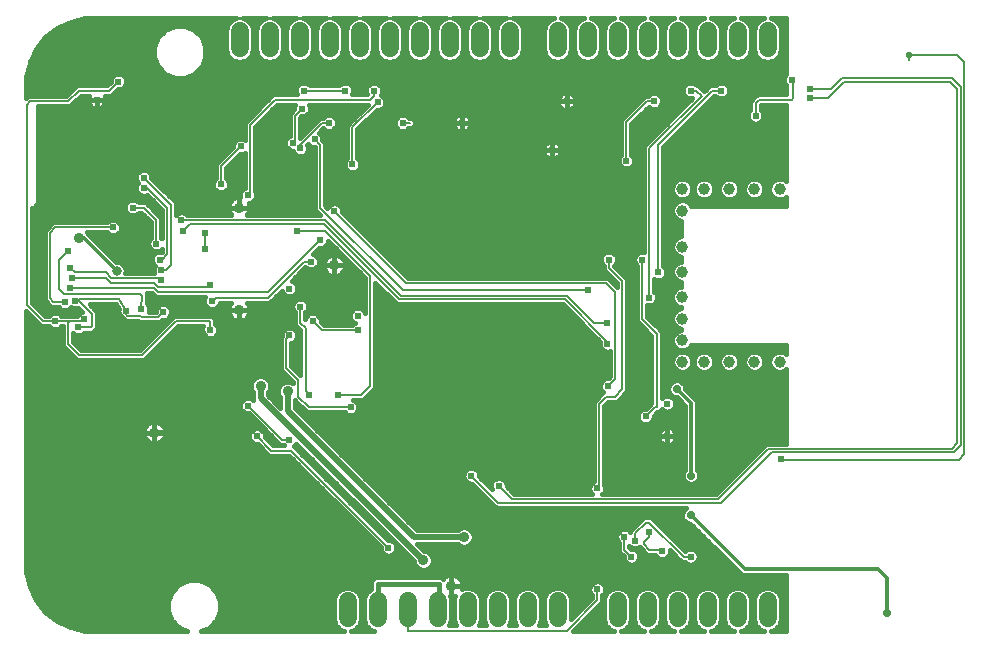
<source format=gbl>
G75*
%MOIN*%
%OFA0B0*%
%FSLAX25Y25*%
%IPPOS*%
%LPD*%
%AMOC8*
5,1,8,0,0,1.08239X$1,22.5*
%
%ADD10C,0.05937*%
%ADD11C,0.02400*%
%ADD12C,0.03200*%
%ADD13C,0.01200*%
%ADD14C,0.03600*%
%ADD15C,0.00600*%
%ADD16C,0.02200*%
%ADD17C,0.01600*%
%ADD18C,0.02000*%
%ADD19C,0.01000*%
%ADD20C,0.03962*%
%ADD21C,0.02800*%
D10*
X0137048Y0023231D02*
X0137048Y0029169D01*
X0147048Y0029169D02*
X0147048Y0023231D01*
X0157048Y0023231D02*
X0157048Y0029169D01*
X0167048Y0029169D02*
X0167048Y0023231D01*
X0177048Y0023231D02*
X0177048Y0029169D01*
X0187048Y0029169D02*
X0187048Y0023231D01*
X0197048Y0023231D02*
X0197048Y0029169D01*
X0207048Y0029169D02*
X0207048Y0023231D01*
X0227048Y0023231D02*
X0227048Y0029169D01*
X0237048Y0029169D02*
X0237048Y0023231D01*
X0247048Y0023231D02*
X0247048Y0029169D01*
X0257048Y0029169D02*
X0257048Y0023231D01*
X0267048Y0023231D02*
X0267048Y0029169D01*
X0277048Y0029169D02*
X0277048Y0023231D01*
X0277048Y0213231D02*
X0277048Y0219169D01*
X0267048Y0219169D02*
X0267048Y0213231D01*
X0257048Y0213231D02*
X0257048Y0219169D01*
X0247048Y0219169D02*
X0247048Y0213231D01*
X0237048Y0213231D02*
X0237048Y0219169D01*
X0227048Y0219169D02*
X0227048Y0213231D01*
X0217048Y0213231D02*
X0217048Y0219169D01*
X0207048Y0219169D02*
X0207048Y0213231D01*
X0191048Y0213231D02*
X0191048Y0219169D01*
X0181048Y0219169D02*
X0181048Y0213231D01*
X0171048Y0213231D02*
X0171048Y0219169D01*
X0161048Y0219169D02*
X0161048Y0213231D01*
X0151048Y0213231D02*
X0151048Y0219169D01*
X0141048Y0219169D02*
X0141048Y0213231D01*
X0131048Y0213231D02*
X0131048Y0219169D01*
X0121048Y0219169D02*
X0121048Y0213231D01*
X0111048Y0213231D02*
X0111048Y0219169D01*
X0101048Y0219169D02*
X0101048Y0213231D01*
D11*
X0122448Y0199200D03*
X0121848Y0193200D03*
X0130848Y0188400D03*
X0126048Y0183000D03*
X0121248Y0180000D03*
X0118848Y0181800D03*
X0101448Y0180600D03*
X0094848Y0168000D03*
X0103848Y0164400D03*
X0120048Y0152400D03*
X0127848Y0149400D03*
X0124848Y0142200D03*
X0117648Y0133200D03*
X0121248Y0127200D03*
X0125448Y0122400D03*
X0117648Y0117600D03*
X0140448Y0119400D03*
X0140448Y0124200D03*
X0133848Y0097800D03*
X0138048Y0093600D03*
X0124248Y0097800D03*
X0103848Y0094200D03*
X0106848Y0084000D03*
X0117648Y0082800D03*
X0150648Y0046800D03*
X0178248Y0070800D03*
X0187491Y0067453D03*
X0220248Y0066600D03*
X0229248Y0050400D03*
X0232848Y0049200D03*
X0237648Y0052200D03*
X0241848Y0045600D03*
X0231648Y0043800D03*
X0220248Y0033000D03*
X0251448Y0043800D03*
X0281673Y0076275D03*
X0243648Y0084000D03*
X0236448Y0090600D03*
X0243648Y0094800D03*
X0223848Y0100800D03*
X0223648Y0114800D03*
X0223448Y0121800D03*
X0217248Y0132600D03*
X0224161Y0142804D03*
X0235248Y0142800D03*
X0240648Y0138600D03*
X0237648Y0130200D03*
X0229969Y0175857D03*
X0205248Y0179400D03*
X0210048Y0195600D03*
X0239242Y0195691D03*
X0251448Y0199200D03*
X0261648Y0199200D03*
X0273048Y0190800D03*
X0285048Y0202800D03*
X0291048Y0199800D03*
X0291048Y0196800D03*
X0175248Y0188400D03*
X0155448Y0188400D03*
X0147040Y0195341D03*
X0145848Y0199200D03*
X0136248Y0199200D03*
X0138648Y0174600D03*
X0132648Y0159000D03*
X0091248Y0134400D03*
X0091848Y0129000D03*
X0091248Y0119400D03*
X0075648Y0125400D03*
X0068356Y0126322D03*
X0063249Y0125843D03*
X0049276Y0123006D03*
X0047238Y0120259D03*
X0039648Y0122400D03*
X0042771Y0128569D03*
X0046230Y0129203D03*
X0044555Y0133523D03*
X0045071Y0136731D03*
X0044448Y0139995D03*
X0043848Y0145800D03*
X0058848Y0153600D03*
X0065448Y0160200D03*
X0069048Y0166800D03*
X0069071Y0170181D03*
X0081648Y0156000D03*
X0082248Y0152400D03*
X0089448Y0151800D03*
X0089448Y0146400D03*
X0074448Y0142800D03*
X0074982Y0139355D03*
X0074808Y0136200D03*
X0073248Y0148200D03*
X0053448Y0196200D03*
X0060648Y0202200D03*
D12*
X0060048Y0139100D03*
D13*
X0049148Y0150000D01*
X0047448Y0150000D01*
X0246798Y0099750D02*
X0251523Y0095025D01*
X0251523Y0070875D01*
X0251373Y0057675D02*
X0251373Y0057600D01*
X0269373Y0039600D01*
X0313998Y0039600D01*
X0316998Y0036600D01*
X0316998Y0024898D01*
X0316981Y0024881D01*
D14*
X0175848Y0050400D03*
X0162259Y0042600D03*
X0171648Y0034200D03*
X0117048Y0099000D03*
X0108048Y0100800D03*
X0072648Y0085200D03*
X0100848Y0126000D03*
X0132648Y0141000D03*
X0100848Y0160200D03*
X0047448Y0150000D03*
D15*
X0043848Y0145800D02*
X0040848Y0142800D01*
X0040848Y0133200D01*
X0042648Y0131400D01*
X0067848Y0131400D01*
X0068448Y0130800D01*
X0068356Y0126322D01*
X0067848Y0124200D02*
X0063648Y0124200D01*
X0063249Y0124599D01*
X0063249Y0125843D01*
X0060718Y0129600D01*
X0047448Y0129600D01*
X0046830Y0129203D01*
X0046230Y0129203D01*
X0047448Y0129112D02*
X0047448Y0129600D01*
X0047448Y0129112D02*
X0051819Y0124741D01*
X0051819Y0120651D01*
X0051393Y0120226D01*
X0047271Y0120226D01*
X0047238Y0120259D01*
X0048670Y0122400D02*
X0044448Y0122400D01*
X0043848Y0121800D01*
X0043848Y0114600D01*
X0047448Y0111000D01*
X0068448Y0111000D01*
X0079848Y0122400D01*
X0091248Y0122400D01*
X0091248Y0119400D01*
X0091848Y0129000D02*
X0093048Y0130200D01*
X0110448Y0130200D01*
X0122448Y0142200D01*
X0124848Y0142200D01*
X0127848Y0149400D02*
X0110374Y0131926D01*
X0074031Y0131926D01*
X0072687Y0133269D01*
X0044555Y0133523D01*
X0045071Y0136731D02*
X0056448Y0136800D01*
X0057648Y0135600D01*
X0057653Y0135600D01*
X0058050Y0135203D01*
X0072503Y0135203D01*
X0073868Y0133838D01*
X0090686Y0133838D01*
X0091248Y0134400D01*
X0078048Y0141000D02*
X0076403Y0139355D01*
X0074982Y0139355D01*
X0073848Y0136800D02*
X0074808Y0136200D01*
X0074080Y0136568D01*
X0058470Y0136568D01*
X0058248Y0136791D01*
X0058248Y0136800D01*
X0056448Y0138600D01*
X0046248Y0138600D01*
X0044448Y0139995D01*
X0042771Y0128569D02*
X0039024Y0128593D01*
X0037848Y0130200D01*
X0037848Y0151800D01*
X0039648Y0153600D01*
X0058848Y0153600D01*
X0065448Y0160200D02*
X0069048Y0160200D01*
X0073248Y0156000D01*
X0073248Y0148200D01*
X0076848Y0144600D02*
X0075048Y0142800D01*
X0074448Y0142800D01*
X0076848Y0144600D02*
X0076848Y0160200D01*
X0070248Y0166800D01*
X0069048Y0166800D01*
X0069071Y0170181D02*
X0078048Y0161204D01*
X0078048Y0141000D01*
X0089448Y0146400D02*
X0089448Y0151800D01*
X0084648Y0154800D02*
X0082248Y0152400D01*
X0084648Y0154800D02*
X0129048Y0154800D01*
X0154248Y0129600D01*
X0209448Y0129600D01*
X0223248Y0115800D01*
X0223248Y0115200D01*
X0223648Y0114800D01*
X0223048Y0114800D01*
X0223448Y0121800D02*
X0219048Y0121800D01*
X0210048Y0130800D01*
X0154848Y0130800D01*
X0129648Y0156000D01*
X0081648Y0156000D01*
X0094848Y0168000D02*
X0094848Y0174000D01*
X0101448Y0180600D01*
X0104448Y0187800D02*
X0112848Y0196200D01*
X0144648Y0196200D01*
X0145848Y0197400D01*
X0145848Y0199200D01*
X0147040Y0195341D02*
X0138648Y0186949D01*
X0138648Y0180600D01*
X0138648Y0180000D01*
X0138648Y0174600D01*
X0127848Y0181200D02*
X0126048Y0183000D01*
X0127848Y0181200D02*
X0127848Y0160200D01*
X0155448Y0132600D01*
X0217248Y0132600D01*
X0223248Y0135000D02*
X0226248Y0132000D01*
X0226248Y0103200D01*
X0223848Y0100800D01*
X0223248Y0097200D02*
X0220848Y0094800D01*
X0220848Y0067200D01*
X0220248Y0066600D01*
X0232848Y0051600D02*
X0236448Y0055200D01*
X0237648Y0055200D01*
X0249048Y0043800D01*
X0251448Y0043800D01*
X0241848Y0045600D02*
X0241248Y0046200D01*
X0237648Y0046200D01*
X0235848Y0048000D01*
X0235848Y0048600D01*
X0237648Y0050400D01*
X0237648Y0052200D01*
X0232848Y0051600D02*
X0232848Y0049200D01*
X0229248Y0050400D02*
X0229248Y0046200D01*
X0231648Y0043800D01*
X0220248Y0033000D02*
X0220248Y0029400D01*
X0210048Y0019200D01*
X0157248Y0019200D01*
X0157248Y0026000D01*
X0157048Y0026200D01*
X0157248Y0026400D01*
X0150648Y0046800D02*
X0118248Y0079200D01*
X0111648Y0079200D01*
X0106848Y0084000D01*
X0115248Y0082800D02*
X0103848Y0094200D01*
X0115248Y0082800D02*
X0117648Y0082800D01*
X0124248Y0093600D02*
X0120648Y0097200D01*
X0120648Y0102600D01*
X0116448Y0106800D01*
X0116448Y0116400D01*
X0117648Y0117600D01*
X0121248Y0121800D02*
X0121248Y0127200D01*
X0121248Y0121800D02*
X0123048Y0120000D01*
X0123048Y0099000D01*
X0124248Y0097800D01*
X0124248Y0093600D02*
X0138048Y0093600D01*
X0141648Y0097800D02*
X0133848Y0097800D01*
X0141648Y0097800D02*
X0144648Y0100800D01*
X0144648Y0137400D01*
X0129648Y0152400D01*
X0120048Y0152400D01*
X0132648Y0159000D02*
X0156648Y0135000D01*
X0223248Y0135000D01*
X0224161Y0140087D02*
X0228648Y0135600D01*
X0228648Y0099600D01*
X0226248Y0097200D01*
X0223248Y0097200D01*
X0236448Y0090600D02*
X0239448Y0093600D01*
X0240048Y0093600D01*
X0240048Y0118200D01*
X0235248Y0123000D01*
X0235248Y0142800D01*
X0240648Y0138600D02*
X0240648Y0181200D01*
X0258648Y0199200D01*
X0261648Y0199200D01*
X0255048Y0197400D02*
X0253248Y0199200D01*
X0251448Y0199200D01*
X0255048Y0197400D02*
X0237648Y0180000D01*
X0237648Y0130200D01*
X0224161Y0140087D02*
X0224161Y0142804D01*
X0229969Y0175857D02*
X0229969Y0188756D01*
X0236826Y0195613D01*
X0239164Y0195613D01*
X0239242Y0195691D01*
X0210048Y0195600D02*
X0210048Y0196800D01*
X0195648Y0199800D02*
X0195648Y0220200D01*
X0199189Y0223387D01*
X0195648Y0199800D02*
X0184248Y0188400D01*
X0175248Y0188400D01*
X0174048Y0188400D01*
X0157848Y0188400D02*
X0155448Y0188400D01*
X0136248Y0199200D02*
X0122448Y0199200D01*
X0121848Y0193200D02*
X0119448Y0190800D01*
X0119448Y0181800D01*
X0118848Y0181800D01*
X0121248Y0181200D02*
X0121248Y0180000D01*
X0121248Y0181200D02*
X0128448Y0188400D01*
X0130848Y0188400D01*
X0104448Y0187800D02*
X0104448Y0165000D01*
X0103848Y0164400D01*
X0060648Y0202200D02*
X0057648Y0199200D01*
X0047448Y0199200D01*
X0043848Y0195600D01*
X0031248Y0195600D01*
X0030048Y0194400D01*
X0030048Y0127800D01*
X0035448Y0122400D01*
X0039648Y0122400D01*
X0044448Y0122400D01*
X0048670Y0122400D02*
X0049276Y0123006D01*
X0067848Y0124200D02*
X0068448Y0123600D01*
X0073848Y0123600D01*
X0075648Y0125400D01*
X0125448Y0122400D02*
X0128448Y0119400D01*
X0140448Y0119400D01*
X0178248Y0070800D02*
X0187248Y0061800D01*
X0261648Y0061800D01*
X0278448Y0078600D01*
X0339048Y0078600D01*
X0341448Y0081000D01*
X0341448Y0200400D01*
X0338448Y0203400D01*
X0301848Y0203400D01*
X0298248Y0199800D01*
X0291048Y0199800D01*
X0291048Y0196800D02*
X0297048Y0196800D01*
X0302448Y0202200D01*
X0337848Y0202200D01*
X0340248Y0199800D01*
X0340248Y0081600D01*
X0338448Y0079800D01*
X0277248Y0079800D01*
X0260448Y0063000D01*
X0191944Y0063000D01*
X0187491Y0067453D01*
X0243648Y0083400D02*
X0243648Y0084000D01*
X0281673Y0076275D02*
X0281748Y0076200D01*
X0340848Y0076200D01*
X0342648Y0078000D01*
X0342648Y0208800D01*
X0340248Y0211200D01*
X0324048Y0211200D01*
X0324048Y0209400D01*
X0285648Y0202200D02*
X0285648Y0196800D01*
X0285048Y0196200D01*
X0274248Y0196200D01*
X0273048Y0195000D01*
X0273048Y0190800D01*
X0285048Y0202800D02*
X0285648Y0202200D01*
X0064189Y0223387D02*
X0054048Y0213600D01*
X0054048Y0196200D02*
X0053448Y0196200D01*
D16*
X0324048Y0211200D03*
D17*
X0036350Y0025502D02*
X0033251Y0029389D01*
X0031094Y0033868D01*
X0029988Y0038714D01*
X0029848Y0041200D01*
X0029848Y0125596D01*
X0034744Y0120700D01*
X0037671Y0120700D01*
X0038175Y0120196D01*
X0039131Y0119800D01*
X0040165Y0119800D01*
X0041121Y0120196D01*
X0041625Y0120700D01*
X0042148Y0120700D01*
X0042148Y0113896D01*
X0043144Y0112900D01*
X0046744Y0109300D01*
X0069152Y0109300D01*
X0070148Y0110296D01*
X0080552Y0120700D01*
X0088972Y0120700D01*
X0088648Y0119917D01*
X0088648Y0118883D01*
X0089044Y0117927D01*
X0089775Y0117196D01*
X0090731Y0116800D01*
X0091765Y0116800D01*
X0092721Y0117196D01*
X0093452Y0117927D01*
X0093848Y0118883D01*
X0093848Y0119917D01*
X0093452Y0120873D01*
X0092948Y0121377D01*
X0092948Y0123104D01*
X0091952Y0124100D01*
X0079144Y0124100D01*
X0067744Y0112700D01*
X0048152Y0112700D01*
X0045548Y0115304D01*
X0045548Y0118271D01*
X0045765Y0118054D01*
X0046721Y0117659D01*
X0047755Y0117659D01*
X0048711Y0118054D01*
X0049182Y0118526D01*
X0052098Y0118526D01*
X0052523Y0118951D01*
X0053519Y0119947D01*
X0053519Y0125445D01*
X0051064Y0127900D01*
X0059813Y0127900D01*
X0060726Y0126546D01*
X0060649Y0126360D01*
X0060649Y0125326D01*
X0061045Y0124370D01*
X0061777Y0123639D01*
X0061825Y0123619D01*
X0062545Y0122899D01*
X0062944Y0122500D01*
X0067144Y0122500D01*
X0067744Y0121900D01*
X0074552Y0121900D01*
X0075452Y0122800D01*
X0076165Y0122800D01*
X0077121Y0123196D01*
X0077852Y0123927D01*
X0078248Y0124883D01*
X0078248Y0125917D01*
X0077852Y0126873D01*
X0077121Y0127604D01*
X0076165Y0128000D01*
X0075131Y0128000D01*
X0074175Y0127604D01*
X0073444Y0126873D01*
X0073048Y0125917D01*
X0073048Y0125300D01*
X0070747Y0125300D01*
X0070956Y0125805D01*
X0070956Y0126839D01*
X0070560Y0127795D01*
X0070096Y0128259D01*
X0070134Y0130081D01*
X0070148Y0130096D01*
X0070148Y0130782D01*
X0070162Y0131469D01*
X0070148Y0131484D01*
X0070148Y0131504D01*
X0070059Y0131593D01*
X0071977Y0131575D01*
X0072331Y0131221D01*
X0073327Y0130226D01*
X0089541Y0130226D01*
X0089248Y0129517D01*
X0089248Y0128483D01*
X0089644Y0127527D01*
X0090375Y0126796D01*
X0091331Y0126400D01*
X0092365Y0126400D01*
X0093321Y0126796D01*
X0094052Y0127527D01*
X0094448Y0128483D01*
X0094448Y0128500D01*
X0098257Y0128500D01*
X0098052Y0128295D01*
X0097658Y0127705D01*
X0097386Y0127050D01*
X0097248Y0126355D01*
X0097248Y0126000D01*
X0100848Y0126000D01*
X0104448Y0126000D01*
X0104448Y0126355D01*
X0104310Y0127050D01*
X0104038Y0127705D01*
X0103644Y0128295D01*
X0103439Y0128500D01*
X0111152Y0128500D01*
X0112148Y0129496D01*
X0115132Y0132480D01*
X0115444Y0131727D01*
X0116175Y0130996D01*
X0117131Y0130600D01*
X0118165Y0130600D01*
X0119121Y0130996D01*
X0119852Y0131727D01*
X0120248Y0132683D01*
X0120248Y0133717D01*
X0119852Y0134673D01*
X0119121Y0135404D01*
X0118368Y0135716D01*
X0123012Y0140359D01*
X0123375Y0139996D01*
X0124331Y0139600D01*
X0125365Y0139600D01*
X0126321Y0139996D01*
X0127052Y0140727D01*
X0127448Y0141683D01*
X0127448Y0142717D01*
X0127052Y0143673D01*
X0126321Y0144404D01*
X0125568Y0144716D01*
X0127652Y0146800D01*
X0128365Y0146800D01*
X0129321Y0147196D01*
X0130052Y0147927D01*
X0130448Y0148883D01*
X0130448Y0149196D01*
X0142948Y0136696D01*
X0142948Y0124959D01*
X0142652Y0125673D01*
X0141921Y0126404D01*
X0140965Y0126800D01*
X0139931Y0126800D01*
X0138975Y0126404D01*
X0138244Y0125673D01*
X0137848Y0124717D01*
X0137848Y0123683D01*
X0138244Y0122727D01*
X0138975Y0121996D01*
X0139448Y0121800D01*
X0138975Y0121604D01*
X0138471Y0121100D01*
X0129152Y0121100D01*
X0128048Y0122204D01*
X0128048Y0122917D01*
X0127652Y0123873D01*
X0126921Y0124604D01*
X0125965Y0125000D01*
X0124931Y0125000D01*
X0123975Y0124604D01*
X0123244Y0123873D01*
X0122948Y0123159D01*
X0122948Y0125223D01*
X0123452Y0125727D01*
X0123848Y0126683D01*
X0123848Y0127717D01*
X0123452Y0128673D01*
X0122721Y0129404D01*
X0121765Y0129800D01*
X0120731Y0129800D01*
X0119775Y0129404D01*
X0119044Y0128673D01*
X0118648Y0127717D01*
X0118648Y0126683D01*
X0119044Y0125727D01*
X0119548Y0125223D01*
X0119548Y0121096D01*
X0120544Y0120100D01*
X0121348Y0119296D01*
X0121348Y0104304D01*
X0118148Y0107504D01*
X0118148Y0115000D01*
X0118165Y0115000D01*
X0119121Y0115396D01*
X0119852Y0116127D01*
X0120248Y0117083D01*
X0120248Y0118117D01*
X0119852Y0119073D01*
X0119121Y0119804D01*
X0118165Y0120200D01*
X0117131Y0120200D01*
X0116175Y0119804D01*
X0115444Y0119073D01*
X0115048Y0118117D01*
X0115048Y0117404D01*
X0114748Y0117104D01*
X0114748Y0106096D01*
X0115744Y0105100D01*
X0118948Y0101896D01*
X0118948Y0101625D01*
X0118861Y0101713D01*
X0117684Y0102200D01*
X0116411Y0102200D01*
X0115235Y0101713D01*
X0114335Y0100813D01*
X0113848Y0099637D01*
X0113848Y0098363D01*
X0114335Y0097187D01*
X0114648Y0096875D01*
X0114648Y0093413D01*
X0110448Y0097597D01*
X0110448Y0098675D01*
X0110761Y0098987D01*
X0111248Y0100163D01*
X0111248Y0101437D01*
X0110761Y0102613D01*
X0109861Y0103513D01*
X0108684Y0104000D01*
X0107411Y0104000D01*
X0106235Y0103513D01*
X0105335Y0102613D01*
X0104848Y0101437D01*
X0104848Y0100163D01*
X0105335Y0098987D01*
X0105648Y0098675D01*
X0105648Y0097075D01*
X0105647Y0097073D01*
X0105648Y0096599D01*
X0105648Y0096123D01*
X0105649Y0096120D01*
X0105649Y0096118D01*
X0105679Y0096046D01*
X0105321Y0096404D01*
X0104365Y0096800D01*
X0103331Y0096800D01*
X0102375Y0096404D01*
X0101644Y0095673D01*
X0101248Y0094717D01*
X0101248Y0093683D01*
X0101644Y0092727D01*
X0102375Y0091996D01*
X0103331Y0091600D01*
X0104044Y0091600D01*
X0114544Y0081100D01*
X0115671Y0081100D01*
X0115871Y0080900D01*
X0112352Y0080900D01*
X0109448Y0083804D01*
X0109448Y0084517D01*
X0109052Y0085473D01*
X0108321Y0086204D01*
X0107365Y0086600D01*
X0106331Y0086600D01*
X0105375Y0086204D01*
X0104644Y0085473D01*
X0104248Y0084517D01*
X0104248Y0083483D01*
X0104644Y0082527D01*
X0105375Y0081796D01*
X0106331Y0081400D01*
X0107044Y0081400D01*
X0109948Y0078496D01*
X0110944Y0077500D01*
X0117544Y0077500D01*
X0148048Y0046996D01*
X0148048Y0046283D01*
X0148444Y0045327D01*
X0149175Y0044596D01*
X0150131Y0044200D01*
X0151165Y0044200D01*
X0152121Y0044596D01*
X0152852Y0045327D01*
X0153248Y0046283D01*
X0153248Y0047317D01*
X0152852Y0048273D01*
X0152121Y0049004D01*
X0151165Y0049400D01*
X0150452Y0049400D01*
X0119948Y0079904D01*
X0119188Y0080664D01*
X0119852Y0081327D01*
X0119889Y0081417D01*
X0159059Y0042400D01*
X0159059Y0041963D01*
X0159546Y0040787D01*
X0160446Y0039887D01*
X0161622Y0039400D01*
X0162895Y0039400D01*
X0164071Y0039887D01*
X0164972Y0040787D01*
X0165459Y0041963D01*
X0165459Y0043237D01*
X0164972Y0044413D01*
X0164071Y0045313D01*
X0162895Y0045800D01*
X0162447Y0045800D01*
X0160238Y0048000D01*
X0173722Y0048000D01*
X0174035Y0047687D01*
X0175211Y0047200D01*
X0176484Y0047200D01*
X0177661Y0047687D01*
X0178561Y0048587D01*
X0179048Y0049763D01*
X0179048Y0051037D01*
X0178561Y0052213D01*
X0177661Y0053113D01*
X0176484Y0053600D01*
X0175211Y0053600D01*
X0174035Y0053113D01*
X0173722Y0052800D01*
X0160042Y0052800D01*
X0119448Y0093394D01*
X0119448Y0095996D01*
X0119944Y0095500D01*
X0123544Y0091900D01*
X0136071Y0091900D01*
X0136575Y0091396D01*
X0137531Y0091000D01*
X0138565Y0091000D01*
X0139521Y0091396D01*
X0140252Y0092127D01*
X0140648Y0093083D01*
X0140648Y0094117D01*
X0140252Y0095073D01*
X0139521Y0095804D01*
X0138806Y0096100D01*
X0142352Y0096100D01*
X0145352Y0099100D01*
X0146348Y0100096D01*
X0146348Y0135096D01*
X0153544Y0127900D01*
X0208744Y0127900D01*
X0221130Y0115514D01*
X0221048Y0115317D01*
X0221048Y0114283D01*
X0221444Y0113327D01*
X0222175Y0112596D01*
X0223131Y0112200D01*
X0224165Y0112200D01*
X0224548Y0112359D01*
X0224548Y0103904D01*
X0224044Y0103400D01*
X0223331Y0103400D01*
X0222375Y0103004D01*
X0221644Y0102273D01*
X0221248Y0101317D01*
X0221248Y0100283D01*
X0221644Y0099327D01*
X0222307Y0098664D01*
X0219148Y0095504D01*
X0219148Y0068959D01*
X0218775Y0068804D01*
X0218044Y0068073D01*
X0217648Y0067117D01*
X0217648Y0066083D01*
X0218044Y0065127D01*
X0218471Y0064700D01*
X0192648Y0064700D01*
X0190091Y0067257D01*
X0190091Y0067970D01*
X0189695Y0068925D01*
X0188964Y0069657D01*
X0188008Y0070053D01*
X0186974Y0070053D01*
X0186018Y0069657D01*
X0185287Y0068925D01*
X0184891Y0067970D01*
X0184891Y0066935D01*
X0185156Y0066296D01*
X0180848Y0070604D01*
X0180848Y0071317D01*
X0180452Y0072273D01*
X0179721Y0073004D01*
X0178765Y0073400D01*
X0177731Y0073400D01*
X0176775Y0073004D01*
X0176044Y0072273D01*
X0175648Y0071317D01*
X0175648Y0070283D01*
X0176044Y0069327D01*
X0176775Y0068596D01*
X0177731Y0068200D01*
X0178444Y0068200D01*
X0186544Y0060100D01*
X0249911Y0060100D01*
X0249787Y0060049D01*
X0248999Y0059261D01*
X0248573Y0058232D01*
X0248573Y0057118D01*
X0248999Y0056089D01*
X0249787Y0055301D01*
X0250816Y0054875D01*
X0251270Y0054875D01*
X0267373Y0038772D01*
X0268545Y0037600D01*
X0283248Y0037600D01*
X0283248Y0019000D01*
X0278248Y0019000D01*
X0279523Y0019528D01*
X0280751Y0020757D01*
X0281416Y0022363D01*
X0281416Y0030037D01*
X0280751Y0031643D01*
X0279523Y0032872D01*
X0277917Y0033537D01*
X0276179Y0033537D01*
X0274573Y0032872D01*
X0273345Y0031643D01*
X0272679Y0030037D01*
X0272679Y0022363D01*
X0273345Y0020757D01*
X0274573Y0019528D01*
X0275848Y0019000D01*
X0268248Y0019000D01*
X0269523Y0019528D01*
X0270751Y0020757D01*
X0271416Y0022363D01*
X0271416Y0030037D01*
X0270751Y0031643D01*
X0269523Y0032872D01*
X0267917Y0033537D01*
X0266179Y0033537D01*
X0264573Y0032872D01*
X0263345Y0031643D01*
X0262679Y0030037D01*
X0262679Y0022363D01*
X0263345Y0020757D01*
X0264573Y0019528D01*
X0265848Y0019000D01*
X0258248Y0019000D01*
X0259523Y0019528D01*
X0260751Y0020757D01*
X0261416Y0022363D01*
X0261416Y0030037D01*
X0260751Y0031643D01*
X0259523Y0032872D01*
X0257917Y0033537D01*
X0256179Y0033537D01*
X0254573Y0032872D01*
X0253345Y0031643D01*
X0252679Y0030037D01*
X0252679Y0022363D01*
X0253345Y0020757D01*
X0254573Y0019528D01*
X0255848Y0019000D01*
X0248248Y0019000D01*
X0249523Y0019528D01*
X0250751Y0020757D01*
X0251416Y0022363D01*
X0251416Y0030037D01*
X0250751Y0031643D01*
X0249523Y0032872D01*
X0247917Y0033537D01*
X0246179Y0033537D01*
X0244573Y0032872D01*
X0243345Y0031643D01*
X0242679Y0030037D01*
X0242679Y0022363D01*
X0243345Y0020757D01*
X0244573Y0019528D01*
X0245848Y0019000D01*
X0238248Y0019000D01*
X0239523Y0019528D01*
X0240751Y0020757D01*
X0241416Y0022363D01*
X0241416Y0030037D01*
X0240751Y0031643D01*
X0239523Y0032872D01*
X0237917Y0033537D01*
X0236179Y0033537D01*
X0234573Y0032872D01*
X0233345Y0031643D01*
X0232679Y0030037D01*
X0232679Y0022363D01*
X0233345Y0020757D01*
X0234573Y0019528D01*
X0235848Y0019000D01*
X0228248Y0019000D01*
X0229523Y0019528D01*
X0230751Y0020757D01*
X0231416Y0022363D01*
X0231416Y0030037D01*
X0230751Y0031643D01*
X0229523Y0032872D01*
X0227917Y0033537D01*
X0226179Y0033537D01*
X0224573Y0032872D01*
X0223345Y0031643D01*
X0222679Y0030037D01*
X0222679Y0022363D01*
X0223345Y0020757D01*
X0224573Y0019528D01*
X0225848Y0019000D01*
X0212252Y0019000D01*
X0221948Y0028696D01*
X0221948Y0031023D01*
X0222452Y0031527D01*
X0222848Y0032483D01*
X0222848Y0033517D01*
X0222452Y0034473D01*
X0221721Y0035204D01*
X0220765Y0035600D01*
X0219731Y0035600D01*
X0218775Y0035204D01*
X0218044Y0034473D01*
X0217648Y0033517D01*
X0217648Y0032483D01*
X0218044Y0031527D01*
X0218548Y0031023D01*
X0218548Y0030104D01*
X0211416Y0022973D01*
X0211416Y0030037D01*
X0210751Y0031643D01*
X0209523Y0032872D01*
X0207917Y0033537D01*
X0206179Y0033537D01*
X0204573Y0032872D01*
X0203345Y0031643D01*
X0202679Y0030037D01*
X0202679Y0022363D01*
X0203285Y0020900D01*
X0200811Y0020900D01*
X0201416Y0022363D01*
X0201416Y0030037D01*
X0200751Y0031643D01*
X0199523Y0032872D01*
X0197917Y0033537D01*
X0196179Y0033537D01*
X0194573Y0032872D01*
X0193345Y0031643D01*
X0192679Y0030037D01*
X0192679Y0022363D01*
X0193285Y0020900D01*
X0190811Y0020900D01*
X0191416Y0022363D01*
X0191416Y0030037D01*
X0190751Y0031643D01*
X0189523Y0032872D01*
X0187917Y0033537D01*
X0186179Y0033537D01*
X0184573Y0032872D01*
X0183345Y0031643D01*
X0182679Y0030037D01*
X0182679Y0022363D01*
X0183285Y0020900D01*
X0180811Y0020900D01*
X0181416Y0022363D01*
X0181416Y0030037D01*
X0180751Y0031643D01*
X0179523Y0032872D01*
X0177917Y0033537D01*
X0176179Y0033537D01*
X0175082Y0033082D01*
X0175110Y0033150D01*
X0175248Y0033845D01*
X0175248Y0034200D01*
X0175248Y0034555D01*
X0175110Y0035250D01*
X0174838Y0035905D01*
X0174444Y0036495D01*
X0173943Y0036996D01*
X0173353Y0037390D01*
X0172698Y0037662D01*
X0172003Y0037800D01*
X0171648Y0037800D01*
X0171648Y0034200D01*
X0171648Y0033000D01*
X0171648Y0033102D02*
X0171648Y0033102D01*
X0171648Y0034200D02*
X0171648Y0030600D01*
X0172003Y0030600D01*
X0172698Y0030738D01*
X0173026Y0030874D01*
X0172679Y0030037D01*
X0172679Y0022363D01*
X0173285Y0020900D01*
X0170811Y0020900D01*
X0171416Y0022363D01*
X0171416Y0030037D01*
X0171174Y0030624D01*
X0171293Y0030600D01*
X0171648Y0030600D01*
X0171648Y0034200D01*
X0175248Y0034200D01*
X0171648Y0034200D01*
X0171648Y0034200D01*
X0171648Y0034200D01*
X0171648Y0034200D01*
X0171648Y0037800D01*
X0171293Y0037800D01*
X0170598Y0037662D01*
X0169943Y0037390D01*
X0169353Y0036996D01*
X0168858Y0036501D01*
X0168359Y0037000D01*
X0146137Y0037000D01*
X0144848Y0035711D01*
X0144848Y0032986D01*
X0144573Y0032872D01*
X0143345Y0031643D01*
X0142679Y0030037D01*
X0142679Y0022363D01*
X0143345Y0020757D01*
X0144573Y0019528D01*
X0145848Y0019000D01*
X0138248Y0019000D01*
X0139523Y0019528D01*
X0140751Y0020757D01*
X0141416Y0022363D01*
X0141416Y0030037D01*
X0140751Y0031643D01*
X0139523Y0032872D01*
X0137917Y0033537D01*
X0136179Y0033537D01*
X0134573Y0032872D01*
X0133345Y0031643D01*
X0132679Y0030037D01*
X0132679Y0022363D01*
X0133345Y0020757D01*
X0134573Y0019528D01*
X0135848Y0019000D01*
X0088331Y0019000D01*
X0090769Y0020010D01*
X0093188Y0022429D01*
X0094497Y0025590D01*
X0094497Y0029010D01*
X0093188Y0032171D01*
X0090769Y0034590D01*
X0087608Y0035899D01*
X0084187Y0035899D01*
X0081027Y0034590D01*
X0078608Y0032171D01*
X0077299Y0029010D01*
X0077299Y0025590D01*
X0078608Y0022429D01*
X0081027Y0020010D01*
X0083465Y0019000D01*
X0052048Y0019000D01*
X0049562Y0019140D01*
X0044716Y0020246D01*
X0040237Y0022403D01*
X0036350Y0025502D01*
X0036843Y0025109D02*
X0077498Y0025109D01*
X0077299Y0026708D02*
X0035389Y0026708D01*
X0034114Y0028306D02*
X0077299Y0028306D01*
X0077669Y0029905D02*
X0033002Y0029905D01*
X0032232Y0031503D02*
X0078331Y0031503D01*
X0079539Y0033102D02*
X0031463Y0033102D01*
X0030904Y0034700D02*
X0081293Y0034700D01*
X0090503Y0034700D02*
X0144848Y0034700D01*
X0144848Y0033102D02*
X0138968Y0033102D01*
X0140809Y0031503D02*
X0143287Y0031503D01*
X0142679Y0029905D02*
X0141416Y0029905D01*
X0141416Y0028306D02*
X0142679Y0028306D01*
X0142679Y0026708D02*
X0141416Y0026708D01*
X0141416Y0025109D02*
X0142679Y0025109D01*
X0142679Y0023511D02*
X0141416Y0023511D01*
X0141230Y0021912D02*
X0142866Y0021912D01*
X0143788Y0020314D02*
X0140308Y0020314D01*
X0133788Y0020314D02*
X0091073Y0020314D01*
X0092671Y0021912D02*
X0132866Y0021912D01*
X0132679Y0023511D02*
X0093636Y0023511D01*
X0094298Y0025109D02*
X0132679Y0025109D01*
X0132679Y0026708D02*
X0094497Y0026708D01*
X0094497Y0028306D02*
X0132679Y0028306D01*
X0132679Y0029905D02*
X0094127Y0029905D01*
X0093465Y0031503D02*
X0133287Y0031503D01*
X0135128Y0033102D02*
X0092257Y0033102D01*
X0078160Y0023511D02*
X0038848Y0023511D01*
X0041256Y0021912D02*
X0079125Y0021912D01*
X0080723Y0020314D02*
X0044575Y0020314D01*
X0030539Y0036299D02*
X0145435Y0036299D01*
X0147048Y0034800D02*
X0167448Y0034800D01*
X0167448Y0026600D01*
X0167048Y0026200D01*
X0171416Y0026708D02*
X0172679Y0026708D01*
X0172679Y0028306D02*
X0171416Y0028306D01*
X0171416Y0029905D02*
X0172679Y0029905D01*
X0171648Y0031503D02*
X0171648Y0031503D01*
X0171648Y0034700D02*
X0171648Y0034700D01*
X0171648Y0036299D02*
X0171648Y0036299D01*
X0174575Y0036299D02*
X0283248Y0036299D01*
X0283248Y0034700D02*
X0222225Y0034700D01*
X0222848Y0033102D02*
X0225128Y0033102D01*
X0223287Y0031503D02*
X0222428Y0031503D01*
X0222679Y0029905D02*
X0221948Y0029905D01*
X0221558Y0028306D02*
X0222679Y0028306D01*
X0222679Y0026708D02*
X0219960Y0026708D01*
X0218361Y0025109D02*
X0222679Y0025109D01*
X0222679Y0023511D02*
X0216763Y0023511D01*
X0215164Y0021912D02*
X0222866Y0021912D01*
X0223788Y0020314D02*
X0213566Y0020314D01*
X0211954Y0023511D02*
X0211416Y0023511D01*
X0211416Y0025109D02*
X0213553Y0025109D01*
X0215151Y0026708D02*
X0211416Y0026708D01*
X0211416Y0028306D02*
X0216750Y0028306D01*
X0218348Y0029905D02*
X0211416Y0029905D01*
X0210809Y0031503D02*
X0218068Y0031503D01*
X0217648Y0033102D02*
X0208968Y0033102D01*
X0205128Y0033102D02*
X0198968Y0033102D01*
X0200809Y0031503D02*
X0203287Y0031503D01*
X0202679Y0029905D02*
X0201416Y0029905D01*
X0201416Y0028306D02*
X0202679Y0028306D01*
X0202679Y0026708D02*
X0201416Y0026708D01*
X0201416Y0025109D02*
X0202679Y0025109D01*
X0202679Y0023511D02*
X0201416Y0023511D01*
X0201230Y0021912D02*
X0202866Y0021912D01*
X0192866Y0021912D02*
X0191230Y0021912D01*
X0191416Y0023511D02*
X0192679Y0023511D01*
X0192679Y0025109D02*
X0191416Y0025109D01*
X0191416Y0026708D02*
X0192679Y0026708D01*
X0192679Y0028306D02*
X0191416Y0028306D01*
X0191416Y0029905D02*
X0192679Y0029905D01*
X0193287Y0031503D02*
X0190809Y0031503D01*
X0188968Y0033102D02*
X0195128Y0033102D01*
X0185128Y0033102D02*
X0178968Y0033102D01*
X0180809Y0031503D02*
X0183287Y0031503D01*
X0182679Y0029905D02*
X0181416Y0029905D01*
X0181416Y0028306D02*
X0182679Y0028306D01*
X0182679Y0026708D02*
X0181416Y0026708D01*
X0181416Y0025109D02*
X0182679Y0025109D01*
X0182679Y0023511D02*
X0181416Y0023511D01*
X0181230Y0021912D02*
X0182866Y0021912D01*
X0172866Y0021912D02*
X0171230Y0021912D01*
X0171416Y0023511D02*
X0172679Y0023511D01*
X0172679Y0025109D02*
X0171416Y0025109D01*
X0175090Y0033102D02*
X0175128Y0033102D01*
X0175219Y0034700D02*
X0218271Y0034700D01*
X0228968Y0033102D02*
X0235128Y0033102D01*
X0233287Y0031503D02*
X0230809Y0031503D01*
X0231416Y0029905D02*
X0232679Y0029905D01*
X0232679Y0028306D02*
X0231416Y0028306D01*
X0231416Y0026708D02*
X0232679Y0026708D01*
X0232679Y0025109D02*
X0231416Y0025109D01*
X0231416Y0023511D02*
X0232679Y0023511D01*
X0232866Y0021912D02*
X0231230Y0021912D01*
X0230308Y0020314D02*
X0233788Y0020314D01*
X0240308Y0020314D02*
X0243788Y0020314D01*
X0242866Y0021912D02*
X0241230Y0021912D01*
X0241416Y0023511D02*
X0242679Y0023511D01*
X0242679Y0025109D02*
X0241416Y0025109D01*
X0241416Y0026708D02*
X0242679Y0026708D01*
X0242679Y0028306D02*
X0241416Y0028306D01*
X0241416Y0029905D02*
X0242679Y0029905D01*
X0243287Y0031503D02*
X0240809Y0031503D01*
X0238968Y0033102D02*
X0245128Y0033102D01*
X0248968Y0033102D02*
X0255128Y0033102D01*
X0253287Y0031503D02*
X0250809Y0031503D01*
X0251416Y0029905D02*
X0252679Y0029905D01*
X0252679Y0028306D02*
X0251416Y0028306D01*
X0251416Y0026708D02*
X0252679Y0026708D01*
X0252679Y0025109D02*
X0251416Y0025109D01*
X0251416Y0023511D02*
X0252679Y0023511D01*
X0252866Y0021912D02*
X0251230Y0021912D01*
X0250308Y0020314D02*
X0253788Y0020314D01*
X0260308Y0020314D02*
X0263788Y0020314D01*
X0262866Y0021912D02*
X0261230Y0021912D01*
X0261416Y0023511D02*
X0262679Y0023511D01*
X0262679Y0025109D02*
X0261416Y0025109D01*
X0261416Y0026708D02*
X0262679Y0026708D01*
X0262679Y0028306D02*
X0261416Y0028306D01*
X0261416Y0029905D02*
X0262679Y0029905D01*
X0263287Y0031503D02*
X0260809Y0031503D01*
X0258968Y0033102D02*
X0265128Y0033102D01*
X0268968Y0033102D02*
X0275128Y0033102D01*
X0273287Y0031503D02*
X0270809Y0031503D01*
X0271416Y0029905D02*
X0272679Y0029905D01*
X0272679Y0028306D02*
X0271416Y0028306D01*
X0271416Y0026708D02*
X0272679Y0026708D01*
X0272679Y0025109D02*
X0271416Y0025109D01*
X0271416Y0023511D02*
X0272679Y0023511D01*
X0272866Y0021912D02*
X0271230Y0021912D01*
X0270308Y0020314D02*
X0273788Y0020314D01*
X0280308Y0020314D02*
X0283248Y0020314D01*
X0283248Y0021912D02*
X0281230Y0021912D01*
X0281416Y0023511D02*
X0283248Y0023511D01*
X0283248Y0025109D02*
X0281416Y0025109D01*
X0281416Y0026708D02*
X0283248Y0026708D01*
X0283248Y0028306D02*
X0281416Y0028306D01*
X0281416Y0029905D02*
X0283248Y0029905D01*
X0283248Y0031503D02*
X0280809Y0031503D01*
X0278968Y0033102D02*
X0283248Y0033102D01*
X0268247Y0037897D02*
X0030174Y0037897D01*
X0029944Y0039496D02*
X0161391Y0039496D01*
X0163126Y0039496D02*
X0266649Y0039496D01*
X0265050Y0041094D02*
X0165099Y0041094D01*
X0165459Y0042693D02*
X0229292Y0042693D01*
X0229444Y0042327D02*
X0230175Y0041596D01*
X0231131Y0041200D01*
X0232165Y0041200D01*
X0233121Y0041596D01*
X0233852Y0042327D01*
X0234248Y0043283D01*
X0234248Y0044317D01*
X0233852Y0045273D01*
X0233121Y0046004D01*
X0232165Y0046400D01*
X0231452Y0046400D01*
X0230948Y0046904D01*
X0230948Y0047423D01*
X0231375Y0046996D01*
X0232331Y0046600D01*
X0233365Y0046600D01*
X0234321Y0046996D01*
X0234384Y0047059D01*
X0235948Y0045496D01*
X0236944Y0044500D01*
X0239489Y0044500D01*
X0239644Y0044127D01*
X0240375Y0043396D01*
X0241331Y0043000D01*
X0242365Y0043000D01*
X0243321Y0043396D01*
X0244052Y0044127D01*
X0244448Y0045083D01*
X0244448Y0045996D01*
X0247348Y0043096D01*
X0248344Y0042100D01*
X0249471Y0042100D01*
X0249975Y0041596D01*
X0250931Y0041200D01*
X0251965Y0041200D01*
X0252921Y0041596D01*
X0253652Y0042327D01*
X0254048Y0043283D01*
X0254048Y0044317D01*
X0253652Y0045273D01*
X0252921Y0046004D01*
X0251965Y0046400D01*
X0250931Y0046400D01*
X0249975Y0046004D01*
X0249612Y0045641D01*
X0238352Y0056900D01*
X0235744Y0056900D01*
X0234748Y0055904D01*
X0231148Y0052304D01*
X0231148Y0052177D01*
X0230721Y0052604D01*
X0229765Y0053000D01*
X0228731Y0053000D01*
X0227775Y0052604D01*
X0227044Y0051873D01*
X0226648Y0050917D01*
X0226648Y0049883D01*
X0227044Y0048927D01*
X0227548Y0048423D01*
X0227548Y0045496D01*
X0229048Y0043996D01*
X0229048Y0043283D01*
X0229444Y0042327D01*
X0228753Y0044291D02*
X0165022Y0044291D01*
X0162357Y0045890D02*
X0227548Y0045890D01*
X0227548Y0047488D02*
X0177180Y0047488D01*
X0178768Y0049087D02*
X0226978Y0049087D01*
X0226648Y0050685D02*
X0179048Y0050685D01*
X0178490Y0052284D02*
X0227455Y0052284D01*
X0231041Y0052284D02*
X0231148Y0052284D01*
X0232726Y0053882D02*
X0158960Y0053882D01*
X0157361Y0055481D02*
X0234325Y0055481D01*
X0239771Y0055481D02*
X0249607Y0055481D01*
X0248589Y0057079D02*
X0155763Y0057079D01*
X0154164Y0058678D02*
X0248758Y0058678D01*
X0252262Y0053882D02*
X0241370Y0053882D01*
X0242968Y0052284D02*
X0253861Y0052284D01*
X0255459Y0050685D02*
X0244567Y0050685D01*
X0246165Y0049087D02*
X0257058Y0049087D01*
X0258656Y0047488D02*
X0247764Y0047488D01*
X0249362Y0045890D02*
X0249861Y0045890D01*
X0253035Y0045890D02*
X0260255Y0045890D01*
X0261853Y0044291D02*
X0254048Y0044291D01*
X0253804Y0042693D02*
X0263452Y0042693D01*
X0247751Y0042693D02*
X0234004Y0042693D01*
X0234248Y0044291D02*
X0239576Y0044291D01*
X0235554Y0045890D02*
X0233235Y0045890D01*
X0244120Y0044291D02*
X0246153Y0044291D01*
X0244554Y0045890D02*
X0244448Y0045890D01*
X0259744Y0064700D02*
X0222025Y0064700D01*
X0222452Y0065127D01*
X0222848Y0066083D01*
X0222848Y0067117D01*
X0222548Y0067841D01*
X0222548Y0094096D01*
X0223952Y0095500D01*
X0226952Y0095500D01*
X0227948Y0096496D01*
X0230348Y0098896D01*
X0230348Y0136304D01*
X0229352Y0137300D01*
X0225861Y0140791D01*
X0225861Y0140827D01*
X0226366Y0141331D01*
X0226761Y0142287D01*
X0226761Y0143321D01*
X0226366Y0144277D01*
X0225634Y0145008D01*
X0224679Y0145404D01*
X0223644Y0145404D01*
X0222689Y0145008D01*
X0221957Y0144277D01*
X0221561Y0143321D01*
X0221561Y0142287D01*
X0221957Y0141331D01*
X0222461Y0140827D01*
X0222461Y0139382D01*
X0226948Y0134896D01*
X0226948Y0133704D01*
X0223952Y0136700D01*
X0157352Y0136700D01*
X0135248Y0158804D01*
X0135248Y0159517D01*
X0134852Y0160473D01*
X0134121Y0161204D01*
X0133165Y0161600D01*
X0132131Y0161600D01*
X0131175Y0161204D01*
X0130444Y0160473D01*
X0130308Y0160144D01*
X0129548Y0160904D01*
X0129548Y0181904D01*
X0128648Y0182804D01*
X0128648Y0183517D01*
X0128252Y0184473D01*
X0127588Y0185136D01*
X0129012Y0186559D01*
X0129011Y0186559D01*
X0129012Y0186559D02*
X0129375Y0186196D01*
X0130331Y0185800D01*
X0131365Y0185800D01*
X0132321Y0186196D01*
X0133052Y0186927D01*
X0133448Y0187883D01*
X0133448Y0188917D01*
X0133052Y0189873D01*
X0132321Y0190604D01*
X0131365Y0191000D01*
X0130331Y0191000D01*
X0129375Y0190604D01*
X0128871Y0190100D01*
X0127744Y0190100D01*
X0126748Y0189104D01*
X0121148Y0183504D01*
X0121148Y0190096D01*
X0121652Y0190600D01*
X0122365Y0190600D01*
X0123321Y0190996D01*
X0124052Y0191727D01*
X0124448Y0192683D01*
X0124448Y0193717D01*
X0124124Y0194500D01*
X0143795Y0194500D01*
X0137944Y0188649D01*
X0136948Y0187653D01*
X0136948Y0176577D01*
X0136444Y0176073D01*
X0136048Y0175117D01*
X0136048Y0174083D01*
X0136444Y0173127D01*
X0137175Y0172396D01*
X0138131Y0172000D01*
X0139165Y0172000D01*
X0140121Y0172396D01*
X0140852Y0173127D01*
X0141248Y0174083D01*
X0141248Y0175117D01*
X0140852Y0176073D01*
X0140348Y0176577D01*
X0140348Y0186245D01*
X0146844Y0192741D01*
X0147557Y0192741D01*
X0148513Y0193137D01*
X0149244Y0193869D01*
X0149640Y0194824D01*
X0149640Y0195859D01*
X0149244Y0196814D01*
X0148513Y0197546D01*
X0148055Y0197735D01*
X0148448Y0198683D01*
X0148448Y0199717D01*
X0148052Y0200673D01*
X0147321Y0201404D01*
X0146365Y0201800D01*
X0145331Y0201800D01*
X0144375Y0201404D01*
X0143644Y0200673D01*
X0143248Y0199717D01*
X0143248Y0198683D01*
X0143572Y0197900D01*
X0138524Y0197900D01*
X0138848Y0198683D01*
X0138848Y0199717D01*
X0138452Y0200673D01*
X0137721Y0201404D01*
X0136765Y0201800D01*
X0135731Y0201800D01*
X0134775Y0201404D01*
X0134271Y0200900D01*
X0124425Y0200900D01*
X0123921Y0201404D01*
X0122965Y0201800D01*
X0121931Y0201800D01*
X0120975Y0201404D01*
X0120244Y0200673D01*
X0119848Y0199717D01*
X0119848Y0198683D01*
X0120172Y0197900D01*
X0112144Y0197900D01*
X0102748Y0188504D01*
X0102748Y0182876D01*
X0101965Y0183200D01*
X0100931Y0183200D01*
X0099975Y0182804D01*
X0099244Y0182073D01*
X0098848Y0181117D01*
X0098848Y0180404D01*
X0093148Y0174704D01*
X0093148Y0169977D01*
X0092644Y0169473D01*
X0092248Y0168517D01*
X0092248Y0167483D01*
X0092644Y0166527D01*
X0093375Y0165796D01*
X0094331Y0165400D01*
X0095365Y0165400D01*
X0096321Y0165796D01*
X0097052Y0166527D01*
X0097448Y0167483D01*
X0097448Y0168517D01*
X0097052Y0169473D01*
X0096548Y0169977D01*
X0096548Y0173296D01*
X0101252Y0178000D01*
X0101965Y0178000D01*
X0102748Y0178324D01*
X0102748Y0166759D01*
X0102375Y0166604D01*
X0101644Y0165873D01*
X0101248Y0164917D01*
X0101248Y0163883D01*
X0101289Y0163783D01*
X0101203Y0163800D01*
X0100848Y0163800D01*
X0100848Y0160200D01*
X0104448Y0160200D01*
X0104448Y0160555D01*
X0104310Y0161250D01*
X0104082Y0161800D01*
X0104365Y0161800D01*
X0105321Y0162196D01*
X0106052Y0162927D01*
X0106448Y0163883D01*
X0106448Y0164917D01*
X0106148Y0165641D01*
X0106148Y0187096D01*
X0113552Y0194500D01*
X0119572Y0194500D01*
X0119248Y0193717D01*
X0119248Y0193004D01*
X0117748Y0191504D01*
X0117748Y0184159D01*
X0117375Y0184004D01*
X0116644Y0183273D01*
X0116248Y0182317D01*
X0116248Y0181283D01*
X0116644Y0180327D01*
X0117375Y0179596D01*
X0118331Y0179200D01*
X0118765Y0179200D01*
X0119044Y0178527D01*
X0119775Y0177796D01*
X0120731Y0177400D01*
X0121765Y0177400D01*
X0122721Y0177796D01*
X0123452Y0178527D01*
X0123848Y0179483D01*
X0123848Y0180517D01*
X0123591Y0181138D01*
X0123912Y0181459D01*
X0124575Y0180796D01*
X0125531Y0180400D01*
X0126148Y0180400D01*
X0126148Y0159496D01*
X0127144Y0158500D01*
X0127944Y0157700D01*
X0103439Y0157700D01*
X0103644Y0157905D01*
X0104038Y0158495D01*
X0104310Y0159150D01*
X0104448Y0159845D01*
X0104448Y0160200D01*
X0100848Y0160200D01*
X0100848Y0160200D01*
X0100848Y0160200D01*
X0100848Y0163800D01*
X0100493Y0163800D01*
X0099798Y0163662D01*
X0099143Y0163390D01*
X0098553Y0162996D01*
X0098052Y0162495D01*
X0097658Y0161905D01*
X0097386Y0161250D01*
X0097248Y0160555D01*
X0097248Y0160200D01*
X0100848Y0160200D01*
X0100848Y0160200D01*
X0097248Y0160200D01*
X0097248Y0159845D01*
X0097386Y0159150D01*
X0097658Y0158495D01*
X0098052Y0157905D01*
X0098257Y0157700D01*
X0083625Y0157700D01*
X0083121Y0158204D01*
X0082165Y0158600D01*
X0081131Y0158600D01*
X0080175Y0158204D01*
X0079748Y0157777D01*
X0079748Y0161908D01*
X0078752Y0162904D01*
X0071671Y0169985D01*
X0071671Y0170698D01*
X0071275Y0171654D01*
X0070544Y0172385D01*
X0069588Y0172781D01*
X0068554Y0172781D01*
X0067598Y0172385D01*
X0066867Y0171654D01*
X0066471Y0170698D01*
X0066471Y0169664D01*
X0066867Y0168708D01*
X0067073Y0168502D01*
X0066844Y0168273D01*
X0066448Y0167317D01*
X0066448Y0166283D01*
X0066844Y0165327D01*
X0067575Y0164596D01*
X0068531Y0164200D01*
X0069565Y0164200D01*
X0070186Y0164457D01*
X0075148Y0159496D01*
X0075148Y0149977D01*
X0074948Y0150177D01*
X0074948Y0156704D01*
X0070748Y0160904D01*
X0069752Y0161900D01*
X0067425Y0161900D01*
X0066921Y0162404D01*
X0065965Y0162800D01*
X0064931Y0162800D01*
X0063975Y0162404D01*
X0063244Y0161673D01*
X0062848Y0160717D01*
X0062848Y0159683D01*
X0063244Y0158727D01*
X0063975Y0157996D01*
X0064931Y0157600D01*
X0065965Y0157600D01*
X0066921Y0157996D01*
X0067425Y0158500D01*
X0068344Y0158500D01*
X0071548Y0155296D01*
X0071548Y0150177D01*
X0071044Y0149673D01*
X0070648Y0148717D01*
X0070648Y0147683D01*
X0071044Y0146727D01*
X0071775Y0145996D01*
X0072731Y0145600D01*
X0073765Y0145600D01*
X0074721Y0145996D01*
X0075148Y0146423D01*
X0075148Y0145324D01*
X0074965Y0145400D01*
X0073931Y0145400D01*
X0072975Y0145004D01*
X0072244Y0144273D01*
X0071848Y0143317D01*
X0071848Y0142283D01*
X0072244Y0141327D01*
X0072768Y0140803D01*
X0072382Y0139872D01*
X0072382Y0138838D01*
X0072618Y0138268D01*
X0062951Y0138268D01*
X0063048Y0138503D01*
X0063048Y0139697D01*
X0062591Y0140799D01*
X0061747Y0141643D01*
X0060645Y0142100D01*
X0059876Y0142100D01*
X0051148Y0150828D01*
X0050076Y0151900D01*
X0056871Y0151900D01*
X0057375Y0151396D01*
X0058331Y0151000D01*
X0059365Y0151000D01*
X0060321Y0151396D01*
X0061052Y0152127D01*
X0061448Y0153083D01*
X0061448Y0154117D01*
X0061052Y0155073D01*
X0060321Y0155804D01*
X0059365Y0156200D01*
X0058331Y0156200D01*
X0057375Y0155804D01*
X0056871Y0155300D01*
X0038944Y0155300D01*
X0036148Y0152504D01*
X0036148Y0130331D01*
X0036060Y0129764D01*
X0036148Y0129644D01*
X0036148Y0129496D01*
X0036553Y0129090D01*
X0037320Y0128042D01*
X0037320Y0127900D01*
X0037726Y0127488D01*
X0038068Y0127021D01*
X0038209Y0126999D01*
X0038309Y0126898D01*
X0038888Y0126894D01*
X0039460Y0126805D01*
X0039575Y0126890D01*
X0040781Y0126882D01*
X0041298Y0126365D01*
X0042253Y0125969D01*
X0043288Y0125969D01*
X0044243Y0126365D01*
X0044842Y0126963D01*
X0045712Y0126603D01*
X0046747Y0126603D01*
X0047317Y0126839D01*
X0048611Y0125545D01*
X0047803Y0125210D01*
X0047072Y0124479D01*
X0046915Y0124100D01*
X0041625Y0124100D01*
X0041121Y0124604D01*
X0040165Y0125000D01*
X0039131Y0125000D01*
X0038175Y0124604D01*
X0037671Y0124100D01*
X0036152Y0124100D01*
X0031748Y0128504D01*
X0031748Y0160161D01*
X0032492Y0160161D01*
X0033839Y0161509D01*
X0033839Y0193900D01*
X0044552Y0193900D01*
X0045548Y0194896D01*
X0048152Y0197500D01*
X0050739Y0197500D01*
X0050563Y0197075D01*
X0050448Y0196495D01*
X0050448Y0196200D01*
X0053448Y0196200D01*
X0056448Y0196200D01*
X0056448Y0196495D01*
X0056333Y0197075D01*
X0056157Y0197500D01*
X0058352Y0197500D01*
X0060452Y0199600D01*
X0061165Y0199600D01*
X0062121Y0199996D01*
X0062852Y0200727D01*
X0063248Y0201683D01*
X0063248Y0202717D01*
X0062852Y0203673D01*
X0062121Y0204404D01*
X0061165Y0204800D01*
X0060131Y0204800D01*
X0059175Y0204404D01*
X0058444Y0203673D01*
X0058048Y0202717D01*
X0058048Y0202004D01*
X0056944Y0200900D01*
X0046744Y0200900D01*
X0045748Y0199904D01*
X0043144Y0197300D01*
X0032631Y0197300D01*
X0032492Y0197439D01*
X0030587Y0197439D01*
X0029848Y0196700D01*
X0029848Y0201200D01*
X0029988Y0203686D01*
X0031094Y0208532D01*
X0033251Y0213011D01*
X0036350Y0216898D01*
X0040237Y0219997D01*
X0040237Y0219997D01*
X0044716Y0222154D01*
X0049562Y0223260D01*
X0052048Y0223400D01*
X0099848Y0223400D01*
X0098573Y0222872D01*
X0097345Y0221643D01*
X0096679Y0220037D01*
X0096679Y0212363D01*
X0097345Y0210757D01*
X0098573Y0209528D01*
X0100179Y0208863D01*
X0101917Y0208863D01*
X0103523Y0209528D01*
X0104751Y0210757D01*
X0105416Y0212363D01*
X0105416Y0220037D01*
X0104751Y0221643D01*
X0103523Y0222872D01*
X0102248Y0223400D01*
X0109848Y0223400D01*
X0108573Y0222872D01*
X0107345Y0221643D01*
X0106679Y0220037D01*
X0106679Y0212363D01*
X0107345Y0210757D01*
X0108573Y0209528D01*
X0110179Y0208863D01*
X0111917Y0208863D01*
X0113523Y0209528D01*
X0114751Y0210757D01*
X0115416Y0212363D01*
X0115416Y0220037D01*
X0114751Y0221643D01*
X0113523Y0222872D01*
X0112248Y0223400D01*
X0119848Y0223400D01*
X0118573Y0222872D01*
X0117345Y0221643D01*
X0116679Y0220037D01*
X0116679Y0212363D01*
X0117345Y0210757D01*
X0118573Y0209528D01*
X0120179Y0208863D01*
X0121917Y0208863D01*
X0123523Y0209528D01*
X0124751Y0210757D01*
X0125416Y0212363D01*
X0125416Y0220037D01*
X0124751Y0221643D01*
X0123523Y0222872D01*
X0122248Y0223400D01*
X0129848Y0223400D01*
X0128573Y0222872D01*
X0127345Y0221643D01*
X0126679Y0220037D01*
X0126679Y0212363D01*
X0127345Y0210757D01*
X0128573Y0209528D01*
X0130179Y0208863D01*
X0131917Y0208863D01*
X0133523Y0209528D01*
X0134751Y0210757D01*
X0135416Y0212363D01*
X0135416Y0220037D01*
X0134751Y0221643D01*
X0133523Y0222872D01*
X0132248Y0223400D01*
X0139848Y0223400D01*
X0138573Y0222872D01*
X0137345Y0221643D01*
X0136679Y0220037D01*
X0136679Y0212363D01*
X0137345Y0210757D01*
X0138573Y0209528D01*
X0140179Y0208863D01*
X0141917Y0208863D01*
X0143523Y0209528D01*
X0144751Y0210757D01*
X0145416Y0212363D01*
X0145416Y0220037D01*
X0144751Y0221643D01*
X0143523Y0222872D01*
X0142248Y0223400D01*
X0149848Y0223400D01*
X0148573Y0222872D01*
X0147345Y0221643D01*
X0146679Y0220037D01*
X0146679Y0212363D01*
X0147345Y0210757D01*
X0148573Y0209528D01*
X0150179Y0208863D01*
X0151917Y0208863D01*
X0153523Y0209528D01*
X0154751Y0210757D01*
X0155416Y0212363D01*
X0155416Y0220037D01*
X0154751Y0221643D01*
X0153523Y0222872D01*
X0152248Y0223400D01*
X0159848Y0223400D01*
X0158573Y0222872D01*
X0157345Y0221643D01*
X0156679Y0220037D01*
X0156679Y0212363D01*
X0157345Y0210757D01*
X0158573Y0209528D01*
X0160179Y0208863D01*
X0161917Y0208863D01*
X0163523Y0209528D01*
X0164751Y0210757D01*
X0165416Y0212363D01*
X0165416Y0220037D01*
X0164751Y0221643D01*
X0163523Y0222872D01*
X0162248Y0223400D01*
X0169848Y0223400D01*
X0168573Y0222872D01*
X0167345Y0221643D01*
X0166679Y0220037D01*
X0166679Y0212363D01*
X0167345Y0210757D01*
X0168573Y0209528D01*
X0170179Y0208863D01*
X0171917Y0208863D01*
X0173523Y0209528D01*
X0174751Y0210757D01*
X0175416Y0212363D01*
X0175416Y0220037D01*
X0174751Y0221643D01*
X0173523Y0222872D01*
X0172248Y0223400D01*
X0179848Y0223400D01*
X0178573Y0222872D01*
X0177345Y0221643D01*
X0176679Y0220037D01*
X0176679Y0212363D01*
X0177345Y0210757D01*
X0178573Y0209528D01*
X0180179Y0208863D01*
X0181917Y0208863D01*
X0183523Y0209528D01*
X0184751Y0210757D01*
X0185416Y0212363D01*
X0185416Y0220037D01*
X0184751Y0221643D01*
X0183523Y0222872D01*
X0182248Y0223400D01*
X0189848Y0223400D01*
X0188573Y0222872D01*
X0187345Y0221643D01*
X0186679Y0220037D01*
X0186679Y0212363D01*
X0187345Y0210757D01*
X0188573Y0209528D01*
X0190179Y0208863D01*
X0191917Y0208863D01*
X0193523Y0209528D01*
X0194751Y0210757D01*
X0195416Y0212363D01*
X0195416Y0220037D01*
X0194751Y0221643D01*
X0193523Y0222872D01*
X0192248Y0223400D01*
X0205848Y0223400D01*
X0204573Y0222872D01*
X0203345Y0221643D01*
X0202679Y0220037D01*
X0202679Y0212363D01*
X0203345Y0210757D01*
X0204573Y0209528D01*
X0206179Y0208863D01*
X0207917Y0208863D01*
X0209523Y0209528D01*
X0210751Y0210757D01*
X0211416Y0212363D01*
X0211416Y0220037D01*
X0210751Y0221643D01*
X0209523Y0222872D01*
X0208248Y0223400D01*
X0215848Y0223400D01*
X0214573Y0222872D01*
X0213345Y0221643D01*
X0212679Y0220037D01*
X0212679Y0212363D01*
X0213345Y0210757D01*
X0214573Y0209528D01*
X0216179Y0208863D01*
X0217917Y0208863D01*
X0219523Y0209528D01*
X0220751Y0210757D01*
X0221416Y0212363D01*
X0221416Y0220037D01*
X0220751Y0221643D01*
X0219523Y0222872D01*
X0218248Y0223400D01*
X0225848Y0223400D01*
X0224573Y0222872D01*
X0223345Y0221643D01*
X0222679Y0220037D01*
X0222679Y0212363D01*
X0223345Y0210757D01*
X0224573Y0209528D01*
X0226179Y0208863D01*
X0227917Y0208863D01*
X0229523Y0209528D01*
X0230751Y0210757D01*
X0231416Y0212363D01*
X0231416Y0220037D01*
X0230751Y0221643D01*
X0229523Y0222872D01*
X0228248Y0223400D01*
X0235848Y0223400D01*
X0234573Y0222872D01*
X0233345Y0221643D01*
X0232679Y0220037D01*
X0232679Y0212363D01*
X0233345Y0210757D01*
X0234573Y0209528D01*
X0236179Y0208863D01*
X0237917Y0208863D01*
X0239523Y0209528D01*
X0240751Y0210757D01*
X0241416Y0212363D01*
X0241416Y0220037D01*
X0240751Y0221643D01*
X0239523Y0222872D01*
X0238248Y0223400D01*
X0245848Y0223400D01*
X0244573Y0222872D01*
X0243345Y0221643D01*
X0242679Y0220037D01*
X0242679Y0212363D01*
X0243345Y0210757D01*
X0244573Y0209528D01*
X0246179Y0208863D01*
X0247917Y0208863D01*
X0249523Y0209528D01*
X0250751Y0210757D01*
X0251416Y0212363D01*
X0251416Y0220037D01*
X0250751Y0221643D01*
X0249523Y0222872D01*
X0248248Y0223400D01*
X0255848Y0223400D01*
X0254573Y0222872D01*
X0253345Y0221643D01*
X0252679Y0220037D01*
X0252679Y0212363D01*
X0253345Y0210757D01*
X0254573Y0209528D01*
X0256179Y0208863D01*
X0257917Y0208863D01*
X0259523Y0209528D01*
X0260751Y0210757D01*
X0261416Y0212363D01*
X0261416Y0220037D01*
X0260751Y0221643D01*
X0259523Y0222872D01*
X0258248Y0223400D01*
X0265848Y0223400D01*
X0264573Y0222872D01*
X0263345Y0221643D01*
X0262679Y0220037D01*
X0262679Y0212363D01*
X0263345Y0210757D01*
X0264573Y0209528D01*
X0266179Y0208863D01*
X0267917Y0208863D01*
X0269523Y0209528D01*
X0270751Y0210757D01*
X0271416Y0212363D01*
X0271416Y0220037D01*
X0270751Y0221643D01*
X0269523Y0222872D01*
X0268248Y0223400D01*
X0275848Y0223400D01*
X0274573Y0222872D01*
X0273345Y0221643D01*
X0272679Y0220037D01*
X0272679Y0212363D01*
X0273345Y0210757D01*
X0274573Y0209528D01*
X0276179Y0208863D01*
X0277917Y0208863D01*
X0279523Y0209528D01*
X0280751Y0210757D01*
X0281416Y0212363D01*
X0281416Y0220037D01*
X0280751Y0221643D01*
X0279523Y0222872D01*
X0278248Y0223400D01*
X0283248Y0223400D01*
X0283248Y0204677D01*
X0282844Y0204273D01*
X0282448Y0203317D01*
X0282448Y0202283D01*
X0282844Y0201327D01*
X0283248Y0200923D01*
X0283248Y0197900D01*
X0273544Y0197900D01*
X0272548Y0196904D01*
X0271348Y0195704D01*
X0271348Y0192777D01*
X0270844Y0192273D01*
X0270448Y0191317D01*
X0270448Y0190283D01*
X0270844Y0189327D01*
X0271575Y0188596D01*
X0272531Y0188200D01*
X0273565Y0188200D01*
X0274521Y0188596D01*
X0275252Y0189327D01*
X0275648Y0190283D01*
X0275648Y0191317D01*
X0275252Y0192273D01*
X0274748Y0192777D01*
X0274748Y0194296D01*
X0274952Y0194500D01*
X0283248Y0194500D01*
X0283248Y0168982D01*
X0282963Y0169266D01*
X0281720Y0169781D01*
X0280375Y0169781D01*
X0279133Y0169266D01*
X0278182Y0168315D01*
X0277667Y0167073D01*
X0277667Y0165727D01*
X0278182Y0164485D01*
X0279133Y0163534D01*
X0280375Y0163019D01*
X0281720Y0163019D01*
X0282963Y0163534D01*
X0283248Y0163818D01*
X0283248Y0160800D01*
X0251645Y0160800D01*
X0251514Y0161115D01*
X0250563Y0162066D01*
X0249320Y0162581D01*
X0247975Y0162581D01*
X0246733Y0162066D01*
X0245782Y0161115D01*
X0245267Y0159873D01*
X0245267Y0158527D01*
X0245782Y0157285D01*
X0246733Y0156334D01*
X0247975Y0155819D01*
X0248248Y0155819D01*
X0248248Y0150581D01*
X0247975Y0150581D01*
X0246733Y0150066D01*
X0245782Y0149115D01*
X0245267Y0147873D01*
X0245267Y0146527D01*
X0245782Y0145285D01*
X0246733Y0144334D01*
X0247975Y0143819D01*
X0248248Y0143819D01*
X0248248Y0142181D01*
X0247975Y0142181D01*
X0246733Y0141666D01*
X0245782Y0140715D01*
X0245267Y0139473D01*
X0245267Y0138127D01*
X0245782Y0136885D01*
X0246733Y0135934D01*
X0247975Y0135419D01*
X0248248Y0135419D01*
X0248248Y0133781D01*
X0247975Y0133781D01*
X0246733Y0133266D01*
X0245782Y0132315D01*
X0245267Y0131073D01*
X0245267Y0129727D01*
X0245782Y0128485D01*
X0246733Y0127534D01*
X0247975Y0127019D01*
X0248248Y0127019D01*
X0248248Y0126581D01*
X0247975Y0126581D01*
X0246733Y0126066D01*
X0245782Y0125115D01*
X0245267Y0123873D01*
X0245267Y0122527D01*
X0245782Y0121285D01*
X0246733Y0120334D01*
X0247975Y0119819D01*
X0248248Y0119819D01*
X0248248Y0119381D01*
X0247975Y0119381D01*
X0246733Y0118866D01*
X0245782Y0117915D01*
X0245267Y0116673D01*
X0245267Y0115327D01*
X0245782Y0114085D01*
X0246733Y0113134D01*
X0247975Y0112619D01*
X0249320Y0112619D01*
X0250563Y0113134D01*
X0251514Y0114085D01*
X0251645Y0114400D01*
X0283248Y0114400D01*
X0283248Y0111382D01*
X0282963Y0111666D01*
X0281720Y0112181D01*
X0280375Y0112181D01*
X0279133Y0111666D01*
X0278182Y0110715D01*
X0277667Y0109473D01*
X0277667Y0108127D01*
X0278182Y0106885D01*
X0279133Y0105934D01*
X0280375Y0105419D01*
X0281720Y0105419D01*
X0282963Y0105934D01*
X0283248Y0106218D01*
X0283248Y0081500D01*
X0276544Y0081500D01*
X0275548Y0080504D01*
X0259744Y0064700D01*
X0260116Y0065072D02*
X0222397Y0065072D01*
X0222848Y0066670D02*
X0261714Y0066670D01*
X0263313Y0068269D02*
X0252548Y0068269D01*
X0252080Y0068075D02*
X0253109Y0068501D01*
X0253897Y0069289D01*
X0254323Y0070318D01*
X0254323Y0071432D01*
X0253897Y0072461D01*
X0253523Y0072835D01*
X0253523Y0095853D01*
X0249598Y0099778D01*
X0249598Y0100307D01*
X0249172Y0101336D01*
X0248384Y0102124D01*
X0247355Y0102550D01*
X0246241Y0102550D01*
X0245212Y0102124D01*
X0244424Y0101336D01*
X0243998Y0100307D01*
X0243998Y0099193D01*
X0244424Y0098164D01*
X0245212Y0097376D01*
X0246241Y0096950D01*
X0246770Y0096950D01*
X0249523Y0094197D01*
X0249523Y0072835D01*
X0249149Y0072461D01*
X0248723Y0071432D01*
X0248723Y0070318D01*
X0249149Y0069289D01*
X0249937Y0068501D01*
X0250966Y0068075D01*
X0252080Y0068075D01*
X0250498Y0068269D02*
X0222548Y0068269D01*
X0222548Y0069867D02*
X0248910Y0069867D01*
X0248737Y0071466D02*
X0222548Y0071466D01*
X0222548Y0073064D02*
X0249523Y0073064D01*
X0249523Y0074663D02*
X0222548Y0074663D01*
X0222548Y0076261D02*
X0249523Y0076261D01*
X0249523Y0077860D02*
X0222548Y0077860D01*
X0222548Y0079459D02*
X0249523Y0079459D01*
X0249523Y0081057D02*
X0244230Y0081057D01*
X0243943Y0081000D02*
X0244523Y0081115D01*
X0245069Y0081341D01*
X0245560Y0081670D01*
X0245978Y0082088D01*
X0246306Y0082579D01*
X0246533Y0083125D01*
X0246648Y0083705D01*
X0246648Y0084000D01*
X0246648Y0084295D01*
X0246533Y0084875D01*
X0246306Y0085421D01*
X0245978Y0085912D01*
X0245560Y0086330D01*
X0245069Y0086659D01*
X0244523Y0086885D01*
X0243943Y0087000D01*
X0243648Y0087000D01*
X0243648Y0084000D01*
X0246648Y0084000D01*
X0243648Y0084000D01*
X0243648Y0084000D01*
X0243648Y0084000D01*
X0243648Y0081000D01*
X0243943Y0081000D01*
X0243648Y0081000D02*
X0243648Y0084000D01*
X0243648Y0084000D01*
X0243648Y0087000D01*
X0243352Y0087000D01*
X0242773Y0086885D01*
X0242227Y0086659D01*
X0241736Y0086330D01*
X0241318Y0085912D01*
X0240989Y0085421D01*
X0240763Y0084875D01*
X0240648Y0084295D01*
X0240648Y0084000D01*
X0243648Y0084000D01*
X0243648Y0084000D01*
X0240648Y0084000D01*
X0240648Y0083705D01*
X0240763Y0083125D01*
X0240989Y0082579D01*
X0241318Y0082088D01*
X0241736Y0081670D01*
X0242227Y0081341D01*
X0242773Y0081115D01*
X0243352Y0081000D01*
X0243648Y0081000D01*
X0243648Y0081057D02*
X0243648Y0081057D01*
X0243066Y0081057D02*
X0222548Y0081057D01*
X0222548Y0082656D02*
X0240958Y0082656D01*
X0240648Y0084254D02*
X0222548Y0084254D01*
X0222548Y0085853D02*
X0241278Y0085853D01*
X0243648Y0085853D02*
X0243648Y0085853D01*
X0243648Y0084254D02*
X0243648Y0084254D01*
X0243648Y0082656D02*
X0243648Y0082656D01*
X0246338Y0082656D02*
X0249523Y0082656D01*
X0249523Y0084254D02*
X0246648Y0084254D01*
X0246018Y0085853D02*
X0249523Y0085853D01*
X0249523Y0087451D02*
X0222548Y0087451D01*
X0222548Y0089050D02*
X0234321Y0089050D01*
X0234244Y0089127D02*
X0234975Y0088396D01*
X0235931Y0088000D01*
X0236965Y0088000D01*
X0237921Y0088396D01*
X0238652Y0089127D01*
X0239048Y0090083D01*
X0239048Y0090796D01*
X0240152Y0091900D01*
X0240752Y0091900D01*
X0241748Y0092896D01*
X0241748Y0093023D01*
X0242175Y0092596D01*
X0243131Y0092200D01*
X0244165Y0092200D01*
X0245121Y0092596D01*
X0245852Y0093327D01*
X0246248Y0094283D01*
X0246248Y0095317D01*
X0245852Y0096273D01*
X0245121Y0097004D01*
X0244165Y0097400D01*
X0243131Y0097400D01*
X0242175Y0097004D01*
X0241748Y0096577D01*
X0241748Y0118904D01*
X0236948Y0123704D01*
X0236948Y0127676D01*
X0237131Y0127600D01*
X0238165Y0127600D01*
X0239121Y0127996D01*
X0239852Y0128727D01*
X0240248Y0129683D01*
X0240248Y0130717D01*
X0239852Y0131673D01*
X0239348Y0132177D01*
X0239348Y0136324D01*
X0240131Y0136000D01*
X0241165Y0136000D01*
X0242121Y0136396D01*
X0242852Y0137127D01*
X0243248Y0138083D01*
X0243248Y0139117D01*
X0242852Y0140073D01*
X0242348Y0140577D01*
X0242348Y0180496D01*
X0259352Y0197500D01*
X0259671Y0197500D01*
X0260175Y0196996D01*
X0261131Y0196600D01*
X0262165Y0196600D01*
X0263121Y0196996D01*
X0263852Y0197727D01*
X0264248Y0198683D01*
X0264248Y0199717D01*
X0263852Y0200673D01*
X0263121Y0201404D01*
X0262165Y0201800D01*
X0261131Y0201800D01*
X0260175Y0201404D01*
X0259671Y0200900D01*
X0257944Y0200900D01*
X0256948Y0199904D01*
X0255948Y0198904D01*
X0254948Y0199904D01*
X0253952Y0200900D01*
X0253425Y0200900D01*
X0252921Y0201404D01*
X0251965Y0201800D01*
X0250931Y0201800D01*
X0249975Y0201404D01*
X0249244Y0200673D01*
X0248848Y0199717D01*
X0248848Y0198683D01*
X0249244Y0197727D01*
X0249975Y0196996D01*
X0250931Y0196600D01*
X0251844Y0196600D01*
X0235948Y0180704D01*
X0235948Y0145324D01*
X0235765Y0145400D01*
X0234731Y0145400D01*
X0233775Y0145004D01*
X0233044Y0144273D01*
X0232648Y0143317D01*
X0232648Y0142283D01*
X0233044Y0141327D01*
X0233548Y0140823D01*
X0233548Y0122296D01*
X0234544Y0121300D01*
X0238348Y0117496D01*
X0238348Y0094904D01*
X0237748Y0094304D01*
X0236644Y0093200D01*
X0235931Y0093200D01*
X0234975Y0092804D01*
X0234244Y0092073D01*
X0233848Y0091117D01*
X0233848Y0090083D01*
X0234244Y0089127D01*
X0233848Y0090648D02*
X0222548Y0090648D01*
X0222548Y0092247D02*
X0234418Y0092247D01*
X0237289Y0093845D02*
X0222548Y0093845D01*
X0223896Y0095444D02*
X0238348Y0095444D01*
X0238348Y0097042D02*
X0228494Y0097042D01*
X0230093Y0098641D02*
X0238348Y0098641D01*
X0238348Y0100239D02*
X0230348Y0100239D01*
X0230348Y0101838D02*
X0238348Y0101838D01*
X0238348Y0103436D02*
X0230348Y0103436D01*
X0230348Y0105035D02*
X0238348Y0105035D01*
X0238348Y0106633D02*
X0230348Y0106633D01*
X0230348Y0108232D02*
X0238348Y0108232D01*
X0238348Y0109830D02*
X0230348Y0109830D01*
X0230348Y0111429D02*
X0238348Y0111429D01*
X0238348Y0113027D02*
X0230348Y0113027D01*
X0230348Y0114626D02*
X0238348Y0114626D01*
X0238348Y0116224D02*
X0230348Y0116224D01*
X0230348Y0117823D02*
X0238021Y0117823D01*
X0236422Y0119421D02*
X0230348Y0119421D01*
X0230348Y0121020D02*
X0234824Y0121020D01*
X0233548Y0122618D02*
X0230348Y0122618D01*
X0230348Y0124217D02*
X0233548Y0124217D01*
X0233548Y0125815D02*
X0230348Y0125815D01*
X0230348Y0127414D02*
X0233548Y0127414D01*
X0233548Y0129012D02*
X0230348Y0129012D01*
X0230348Y0130611D02*
X0233548Y0130611D01*
X0233548Y0132209D02*
X0230348Y0132209D01*
X0230348Y0133808D02*
X0233548Y0133808D01*
X0233548Y0135406D02*
X0230348Y0135406D01*
X0229647Y0137005D02*
X0233548Y0137005D01*
X0233548Y0138603D02*
X0228049Y0138603D01*
X0226450Y0140202D02*
X0233548Y0140202D01*
X0232848Y0141800D02*
X0226560Y0141800D01*
X0226729Y0143399D02*
X0232682Y0143399D01*
X0233768Y0144997D02*
X0225645Y0144997D01*
X0222678Y0144997D02*
X0149055Y0144997D01*
X0150653Y0143399D02*
X0221594Y0143399D01*
X0221763Y0141800D02*
X0152252Y0141800D01*
X0153850Y0140202D02*
X0222461Y0140202D01*
X0223240Y0138603D02*
X0155449Y0138603D01*
X0157047Y0137005D02*
X0224839Y0137005D01*
X0225246Y0135406D02*
X0226437Y0135406D01*
X0226844Y0133808D02*
X0226948Y0133808D01*
X0236948Y0127414D02*
X0247022Y0127414D01*
X0246482Y0125815D02*
X0236948Y0125815D01*
X0236948Y0124217D02*
X0245409Y0124217D01*
X0245267Y0122618D02*
X0238034Y0122618D01*
X0239632Y0121020D02*
X0246047Y0121020D01*
X0248248Y0119421D02*
X0241231Y0119421D01*
X0241748Y0117823D02*
X0245743Y0117823D01*
X0245267Y0116224D02*
X0241748Y0116224D01*
X0241748Y0114626D02*
X0245557Y0114626D01*
X0246990Y0113027D02*
X0241748Y0113027D01*
X0241748Y0111429D02*
X0246495Y0111429D01*
X0246733Y0111666D02*
X0245782Y0110715D01*
X0245267Y0109473D01*
X0245267Y0108127D01*
X0245782Y0106885D01*
X0246733Y0105934D01*
X0247975Y0105419D01*
X0249320Y0105419D01*
X0250563Y0105934D01*
X0251514Y0106885D01*
X0252029Y0108127D01*
X0252029Y0109473D01*
X0251514Y0110715D01*
X0250563Y0111666D01*
X0249320Y0112181D01*
X0247975Y0112181D01*
X0246733Y0111666D01*
X0245415Y0109830D02*
X0241748Y0109830D01*
X0241748Y0108232D02*
X0245267Y0108232D01*
X0246033Y0106633D02*
X0241748Y0106633D01*
X0241748Y0105035D02*
X0283248Y0105035D01*
X0283248Y0103436D02*
X0241748Y0103436D01*
X0241748Y0101838D02*
X0244926Y0101838D01*
X0243998Y0100239D02*
X0241748Y0100239D01*
X0241748Y0098641D02*
X0244227Y0098641D01*
X0245029Y0097042D02*
X0246019Y0097042D01*
X0246196Y0095444D02*
X0248276Y0095444D01*
X0249523Y0093845D02*
X0246067Y0093845D01*
X0244278Y0092247D02*
X0249523Y0092247D01*
X0249523Y0090648D02*
X0239048Y0090648D01*
X0238574Y0089050D02*
X0249523Y0089050D01*
X0243018Y0092247D02*
X0241099Y0092247D01*
X0241748Y0097042D02*
X0242267Y0097042D01*
X0249598Y0100239D02*
X0283248Y0100239D01*
X0283248Y0098641D02*
X0250736Y0098641D01*
X0252334Y0097042D02*
X0283248Y0097042D01*
X0283248Y0095444D02*
X0253523Y0095444D01*
X0253523Y0093845D02*
X0283248Y0093845D01*
X0283248Y0092247D02*
X0253523Y0092247D01*
X0253523Y0090648D02*
X0283248Y0090648D01*
X0283248Y0089050D02*
X0253523Y0089050D01*
X0253523Y0087451D02*
X0283248Y0087451D01*
X0283248Y0085853D02*
X0253523Y0085853D01*
X0253523Y0084254D02*
X0283248Y0084254D01*
X0283248Y0082656D02*
X0253523Y0082656D01*
X0253523Y0081057D02*
X0276101Y0081057D01*
X0274502Y0079459D02*
X0253523Y0079459D01*
X0253523Y0077860D02*
X0272904Y0077860D01*
X0271305Y0076261D02*
X0253523Y0076261D01*
X0253523Y0074663D02*
X0269707Y0074663D01*
X0268108Y0073064D02*
X0253523Y0073064D01*
X0254309Y0071466D02*
X0266510Y0071466D01*
X0264911Y0069867D02*
X0254136Y0069867D01*
X0219148Y0069867D02*
X0188455Y0069867D01*
X0186527Y0069867D02*
X0181585Y0069867D01*
X0180786Y0071466D02*
X0219148Y0071466D01*
X0219148Y0073064D02*
X0179575Y0073064D01*
X0176921Y0073064D02*
X0139778Y0073064D01*
X0141376Y0071466D02*
X0175710Y0071466D01*
X0175820Y0069867D02*
X0142975Y0069867D01*
X0144573Y0068269D02*
X0177564Y0068269D01*
X0179973Y0066670D02*
X0146172Y0066670D01*
X0147770Y0065072D02*
X0181572Y0065072D01*
X0183170Y0063473D02*
X0149369Y0063473D01*
X0150967Y0061875D02*
X0184769Y0061875D01*
X0186367Y0060276D02*
X0152566Y0060276D01*
X0145927Y0055481D02*
X0144371Y0055481D01*
X0144322Y0057079D02*
X0142773Y0057079D01*
X0142717Y0058678D02*
X0141174Y0058678D01*
X0141113Y0060276D02*
X0139576Y0060276D01*
X0139508Y0061875D02*
X0137977Y0061875D01*
X0137903Y0063473D02*
X0136379Y0063473D01*
X0136298Y0065072D02*
X0134780Y0065072D01*
X0134694Y0066670D02*
X0133182Y0066670D01*
X0133089Y0068269D02*
X0131583Y0068269D01*
X0131484Y0069867D02*
X0129985Y0069867D01*
X0129879Y0071466D02*
X0128386Y0071466D01*
X0128275Y0073064D02*
X0126788Y0073064D01*
X0126670Y0074663D02*
X0125189Y0074663D01*
X0125065Y0076261D02*
X0123591Y0076261D01*
X0123460Y0077860D02*
X0121992Y0077860D01*
X0121856Y0079459D02*
X0120394Y0079459D01*
X0120251Y0081057D02*
X0119582Y0081057D01*
X0115714Y0081057D02*
X0112195Y0081057D01*
X0112988Y0082656D02*
X0110597Y0082656D01*
X0111390Y0084254D02*
X0109448Y0084254D01*
X0109791Y0085853D02*
X0108672Y0085853D01*
X0108193Y0087451D02*
X0075474Y0087451D01*
X0075444Y0087495D02*
X0074943Y0087996D01*
X0074353Y0088390D01*
X0073698Y0088662D01*
X0073003Y0088800D01*
X0072648Y0088800D01*
X0072648Y0085200D01*
X0076248Y0085200D01*
X0076248Y0085555D01*
X0076110Y0086250D01*
X0075838Y0086905D01*
X0075444Y0087495D01*
X0076189Y0085853D02*
X0105024Y0085853D01*
X0104248Y0084254D02*
X0076130Y0084254D01*
X0076110Y0084150D02*
X0076248Y0084845D01*
X0076248Y0085200D01*
X0072648Y0085200D01*
X0072648Y0085200D01*
X0072648Y0085200D01*
X0072648Y0081600D01*
X0073003Y0081600D01*
X0073698Y0081738D01*
X0074353Y0082010D01*
X0074943Y0082404D01*
X0075444Y0082905D01*
X0075838Y0083495D01*
X0076110Y0084150D01*
X0075195Y0082656D02*
X0104591Y0082656D01*
X0107387Y0081057D02*
X0029848Y0081057D01*
X0029848Y0079459D02*
X0108985Y0079459D01*
X0110584Y0077860D02*
X0029848Y0077860D01*
X0029848Y0076261D02*
X0118782Y0076261D01*
X0120381Y0074663D02*
X0029848Y0074663D01*
X0029848Y0073064D02*
X0121979Y0073064D01*
X0123578Y0071466D02*
X0029848Y0071466D01*
X0029848Y0069867D02*
X0125176Y0069867D01*
X0126775Y0068269D02*
X0029848Y0068269D01*
X0029848Y0066670D02*
X0128373Y0066670D01*
X0129972Y0065072D02*
X0029848Y0065072D01*
X0029848Y0063473D02*
X0131570Y0063473D01*
X0133169Y0061875D02*
X0029848Y0061875D01*
X0029848Y0060276D02*
X0134767Y0060276D01*
X0136366Y0058678D02*
X0029848Y0058678D01*
X0029848Y0057079D02*
X0137964Y0057079D01*
X0139563Y0055481D02*
X0029848Y0055481D01*
X0029848Y0053882D02*
X0141161Y0053882D01*
X0142760Y0052284D02*
X0029848Y0052284D01*
X0029848Y0050685D02*
X0144358Y0050685D01*
X0145957Y0049087D02*
X0029848Y0049087D01*
X0029848Y0047488D02*
X0147555Y0047488D01*
X0148211Y0045890D02*
X0029848Y0045890D01*
X0029848Y0044291D02*
X0149910Y0044291D01*
X0151385Y0044291D02*
X0157160Y0044291D01*
X0158765Y0042693D02*
X0029848Y0042693D01*
X0029854Y0041094D02*
X0159419Y0041094D01*
X0155555Y0045890D02*
X0153085Y0045890D01*
X0153177Y0047488D02*
X0153951Y0047488D01*
X0152346Y0049087D02*
X0151921Y0049087D01*
X0150741Y0050685D02*
X0149167Y0050685D01*
X0149136Y0052284D02*
X0147568Y0052284D01*
X0147532Y0053882D02*
X0145970Y0053882D01*
X0160752Y0047488D02*
X0174515Y0047488D01*
X0192276Y0065072D02*
X0218099Y0065072D01*
X0217648Y0066670D02*
X0190677Y0066670D01*
X0189967Y0068269D02*
X0218240Y0068269D01*
X0219148Y0074663D02*
X0138179Y0074663D01*
X0136581Y0076261D02*
X0219148Y0076261D01*
X0219148Y0077860D02*
X0134982Y0077860D01*
X0133384Y0079459D02*
X0219148Y0079459D01*
X0219148Y0081057D02*
X0131785Y0081057D01*
X0130187Y0082656D02*
X0219148Y0082656D01*
X0219148Y0084254D02*
X0128588Y0084254D01*
X0126989Y0085853D02*
X0219148Y0085853D01*
X0219148Y0087451D02*
X0125391Y0087451D01*
X0123792Y0089050D02*
X0219148Y0089050D01*
X0219148Y0090648D02*
X0122194Y0090648D01*
X0123197Y0092247D02*
X0120595Y0092247D01*
X0121599Y0093845D02*
X0119448Y0093845D01*
X0119448Y0095444D02*
X0120000Y0095444D01*
X0114648Y0095444D02*
X0112610Y0095444D01*
X0114214Y0093845D02*
X0114648Y0093845D01*
X0114480Y0097042D02*
X0111005Y0097042D01*
X0110448Y0098641D02*
X0113848Y0098641D01*
X0114098Y0100239D02*
X0111248Y0100239D01*
X0111082Y0101838D02*
X0115537Y0101838D01*
X0117408Y0103436D02*
X0109937Y0103436D01*
X0106159Y0103436D02*
X0029848Y0103436D01*
X0029848Y0101838D02*
X0105014Y0101838D01*
X0104848Y0100239D02*
X0029848Y0100239D01*
X0029848Y0098641D02*
X0105648Y0098641D01*
X0105647Y0097042D02*
X0029848Y0097042D01*
X0029848Y0095444D02*
X0101549Y0095444D01*
X0101248Y0093845D02*
X0029848Y0093845D01*
X0029848Y0092247D02*
X0102124Y0092247D01*
X0104996Y0090648D02*
X0029848Y0090648D01*
X0029848Y0089050D02*
X0106594Y0089050D01*
X0118559Y0101838D02*
X0118948Y0101838D01*
X0120617Y0105035D02*
X0121348Y0105035D01*
X0121348Y0106633D02*
X0119019Y0106633D01*
X0118148Y0108232D02*
X0121348Y0108232D01*
X0121348Y0109830D02*
X0118148Y0109830D01*
X0118148Y0111429D02*
X0121348Y0111429D01*
X0121348Y0113027D02*
X0118148Y0113027D01*
X0118148Y0114626D02*
X0121348Y0114626D01*
X0121348Y0116224D02*
X0119892Y0116224D01*
X0120248Y0117823D02*
X0121348Y0117823D01*
X0121222Y0119421D02*
X0119504Y0119421D01*
X0119624Y0121020D02*
X0093305Y0121020D01*
X0092948Y0122618D02*
X0099605Y0122618D01*
X0099798Y0122538D02*
X0100493Y0122400D01*
X0100848Y0122400D01*
X0101203Y0122400D01*
X0101898Y0122538D01*
X0102553Y0122810D01*
X0103143Y0123204D01*
X0103644Y0123705D01*
X0104038Y0124295D01*
X0104310Y0124950D01*
X0104448Y0125645D01*
X0104448Y0126000D01*
X0100848Y0126000D01*
X0100848Y0126000D01*
X0100848Y0122400D01*
X0100848Y0126000D01*
X0100848Y0126000D01*
X0100848Y0126000D01*
X0097248Y0126000D01*
X0097248Y0125645D01*
X0097386Y0124950D01*
X0097658Y0124295D01*
X0098052Y0123705D01*
X0098553Y0123204D01*
X0099143Y0122810D01*
X0099798Y0122538D01*
X0100848Y0122618D02*
X0100848Y0122618D01*
X0102091Y0122618D02*
X0119548Y0122618D01*
X0119548Y0124217D02*
X0103986Y0124217D01*
X0104448Y0125815D02*
X0119007Y0125815D01*
X0118648Y0127414D02*
X0104159Y0127414D01*
X0100848Y0125815D02*
X0100848Y0125815D01*
X0100848Y0124217D02*
X0100848Y0124217D01*
X0097710Y0124217D02*
X0077972Y0124217D01*
X0078248Y0125815D02*
X0097248Y0125815D01*
X0097537Y0127414D02*
X0093939Y0127414D01*
X0089757Y0127414D02*
X0077311Y0127414D01*
X0073985Y0127414D02*
X0070718Y0127414D01*
X0070956Y0125815D02*
X0073048Y0125815D01*
X0075270Y0122618D02*
X0077662Y0122618D01*
X0076064Y0121020D02*
X0053519Y0121020D01*
X0053519Y0122618D02*
X0062825Y0122618D01*
X0061199Y0124217D02*
X0053519Y0124217D01*
X0053148Y0125815D02*
X0060649Y0125815D01*
X0060141Y0127414D02*
X0051550Y0127414D01*
X0048340Y0125815D02*
X0034437Y0125815D01*
X0036035Y0124217D02*
X0037788Y0124217D01*
X0037780Y0127414D02*
X0032838Y0127414D01*
X0031748Y0129012D02*
X0036610Y0129012D01*
X0036148Y0130611D02*
X0031748Y0130611D01*
X0031748Y0132209D02*
X0036148Y0132209D01*
X0036148Y0133808D02*
X0031748Y0133808D01*
X0031748Y0135406D02*
X0036148Y0135406D01*
X0036148Y0137005D02*
X0031748Y0137005D01*
X0031748Y0138603D02*
X0036148Y0138603D01*
X0036148Y0140202D02*
X0031748Y0140202D01*
X0031748Y0141800D02*
X0036148Y0141800D01*
X0036148Y0143399D02*
X0031748Y0143399D01*
X0031748Y0144997D02*
X0036148Y0144997D01*
X0036148Y0146596D02*
X0031748Y0146596D01*
X0031748Y0148195D02*
X0036148Y0148195D01*
X0036148Y0149793D02*
X0031748Y0149793D01*
X0031748Y0151392D02*
X0036148Y0151392D01*
X0036634Y0152990D02*
X0031748Y0152990D01*
X0031748Y0154589D02*
X0038232Y0154589D01*
X0031748Y0156187D02*
X0058300Y0156187D01*
X0059396Y0156187D02*
X0070657Y0156187D01*
X0071548Y0154589D02*
X0061253Y0154589D01*
X0061409Y0152990D02*
X0071548Y0152990D01*
X0071548Y0151392D02*
X0060310Y0151392D01*
X0057386Y0151392D02*
X0050585Y0151392D01*
X0052183Y0149793D02*
X0071164Y0149793D01*
X0070648Y0148195D02*
X0053782Y0148195D01*
X0055380Y0146596D02*
X0071175Y0146596D01*
X0072968Y0144997D02*
X0056979Y0144997D01*
X0058577Y0143399D02*
X0071882Y0143399D01*
X0072048Y0141800D02*
X0061368Y0141800D01*
X0062839Y0140202D02*
X0072519Y0140202D01*
X0072479Y0138603D02*
X0063048Y0138603D01*
X0070148Y0130611D02*
X0072941Y0130611D01*
X0070112Y0129012D02*
X0089248Y0129012D01*
X0088648Y0119421D02*
X0079273Y0119421D01*
X0077675Y0117823D02*
X0089148Y0117823D01*
X0093348Y0117823D02*
X0115048Y0117823D01*
X0114748Y0116224D02*
X0076076Y0116224D01*
X0074478Y0114626D02*
X0114748Y0114626D01*
X0114748Y0113027D02*
X0072879Y0113027D01*
X0071281Y0111429D02*
X0114748Y0111429D01*
X0114748Y0109830D02*
X0069682Y0109830D01*
X0068071Y0113027D02*
X0047825Y0113027D01*
X0046226Y0114626D02*
X0069670Y0114626D01*
X0071268Y0116224D02*
X0045548Y0116224D01*
X0045548Y0117823D02*
X0046324Y0117823D01*
X0048151Y0117823D02*
X0072867Y0117823D01*
X0074465Y0119421D02*
X0052993Y0119421D01*
X0046963Y0124217D02*
X0041508Y0124217D01*
X0042148Y0119421D02*
X0029848Y0119421D01*
X0029848Y0117823D02*
X0042148Y0117823D01*
X0042148Y0116224D02*
X0029848Y0116224D01*
X0029848Y0114626D02*
X0042148Y0114626D01*
X0043017Y0113027D02*
X0029848Y0113027D01*
X0029848Y0111429D02*
X0044615Y0111429D01*
X0046214Y0109830D02*
X0029848Y0109830D01*
X0029848Y0108232D02*
X0114748Y0108232D01*
X0114748Y0106633D02*
X0029848Y0106633D01*
X0029848Y0105035D02*
X0115809Y0105035D01*
X0115744Y0105100D02*
X0115744Y0105100D01*
X0115792Y0119421D02*
X0093848Y0119421D01*
X0111664Y0129012D02*
X0119383Y0129012D01*
X0118191Y0130611D02*
X0142948Y0130611D01*
X0142948Y0132209D02*
X0120052Y0132209D01*
X0120210Y0133808D02*
X0142948Y0133808D01*
X0142948Y0135406D02*
X0119115Y0135406D01*
X0119657Y0137005D02*
X0142639Y0137005D01*
X0141040Y0138603D02*
X0135343Y0138603D01*
X0135444Y0138705D02*
X0135838Y0139295D01*
X0136110Y0139950D01*
X0136248Y0140645D01*
X0136248Y0141000D01*
X0136248Y0141355D01*
X0136110Y0142050D01*
X0135838Y0142705D01*
X0135444Y0143295D01*
X0134943Y0143796D01*
X0134353Y0144190D01*
X0133698Y0144462D01*
X0133003Y0144600D01*
X0132648Y0144600D01*
X0132648Y0141000D01*
X0136248Y0141000D01*
X0132648Y0141000D01*
X0132648Y0141000D01*
X0132648Y0141000D01*
X0132648Y0137400D01*
X0133003Y0137400D01*
X0133698Y0137538D01*
X0134353Y0137810D01*
X0134943Y0138204D01*
X0135444Y0138705D01*
X0136160Y0140202D02*
X0139442Y0140202D01*
X0137843Y0141800D02*
X0136159Y0141800D01*
X0136245Y0143399D02*
X0135340Y0143399D01*
X0134646Y0144997D02*
X0125850Y0144997D01*
X0127166Y0143399D02*
X0129956Y0143399D01*
X0129852Y0143295D02*
X0129458Y0142705D01*
X0129186Y0142050D01*
X0129048Y0141355D01*
X0129048Y0141000D01*
X0132648Y0141000D01*
X0132648Y0141000D01*
X0132648Y0137400D01*
X0132293Y0137400D01*
X0131598Y0137538D01*
X0130943Y0137810D01*
X0130353Y0138204D01*
X0129852Y0138705D01*
X0129458Y0139295D01*
X0129186Y0139950D01*
X0129048Y0140645D01*
X0129048Y0141000D01*
X0132648Y0141000D01*
X0132648Y0144600D01*
X0132293Y0144600D01*
X0131598Y0144462D01*
X0130943Y0144190D01*
X0130353Y0143796D01*
X0129852Y0143295D01*
X0129137Y0141800D02*
X0127448Y0141800D01*
X0126527Y0140202D02*
X0129136Y0140202D01*
X0129953Y0138603D02*
X0121256Y0138603D01*
X0122854Y0140202D02*
X0123169Y0140202D01*
X0127448Y0146596D02*
X0133048Y0146596D01*
X0131449Y0148195D02*
X0130163Y0148195D01*
X0132648Y0143399D02*
X0132648Y0143399D01*
X0132648Y0141800D02*
X0132648Y0141800D01*
X0132648Y0141000D02*
X0132648Y0141000D01*
X0132648Y0140202D02*
X0132648Y0140202D01*
X0132648Y0138603D02*
X0132648Y0138603D01*
X0123113Y0129012D02*
X0142948Y0129012D01*
X0142948Y0127414D02*
X0123848Y0127414D01*
X0123489Y0125815D02*
X0138386Y0125815D01*
X0137848Y0124217D02*
X0127308Y0124217D01*
X0128048Y0122618D02*
X0138353Y0122618D01*
X0142510Y0125815D02*
X0142948Y0125815D01*
X0146348Y0125815D02*
X0210828Y0125815D01*
X0209230Y0127414D02*
X0146348Y0127414D01*
X0146348Y0129012D02*
X0152431Y0129012D01*
X0150833Y0130611D02*
X0146348Y0130611D01*
X0146348Y0132209D02*
X0149234Y0132209D01*
X0147636Y0133808D02*
X0146348Y0133808D01*
X0146348Y0124217D02*
X0212427Y0124217D01*
X0214025Y0122618D02*
X0146348Y0122618D01*
X0146348Y0121020D02*
X0215624Y0121020D01*
X0217222Y0119421D02*
X0146348Y0119421D01*
X0146348Y0117823D02*
X0218821Y0117823D01*
X0220420Y0116224D02*
X0146348Y0116224D01*
X0146348Y0114626D02*
X0221048Y0114626D01*
X0221744Y0113027D02*
X0146348Y0113027D01*
X0146348Y0111429D02*
X0224548Y0111429D01*
X0224548Y0109830D02*
X0146348Y0109830D01*
X0146348Y0108232D02*
X0224548Y0108232D01*
X0224548Y0106633D02*
X0146348Y0106633D01*
X0146348Y0105035D02*
X0224548Y0105035D01*
X0224080Y0103436D02*
X0146348Y0103436D01*
X0146348Y0101838D02*
X0221464Y0101838D01*
X0221266Y0100239D02*
X0146348Y0100239D01*
X0144893Y0098641D02*
X0222284Y0098641D01*
X0220686Y0097042D02*
X0143294Y0097042D01*
X0139881Y0095444D02*
X0219148Y0095444D01*
X0219148Y0093845D02*
X0140648Y0093845D01*
X0140302Y0092247D02*
X0219148Y0092247D01*
X0248670Y0101838D02*
X0283248Y0101838D01*
X0278433Y0106633D02*
X0275263Y0106633D01*
X0275514Y0106885D02*
X0276029Y0108127D01*
X0276029Y0109473D01*
X0275514Y0110715D01*
X0274563Y0111666D01*
X0273320Y0112181D01*
X0271975Y0112181D01*
X0270733Y0111666D01*
X0269782Y0110715D01*
X0269267Y0109473D01*
X0269267Y0108127D01*
X0269782Y0106885D01*
X0270733Y0105934D01*
X0271975Y0105419D01*
X0273320Y0105419D01*
X0274563Y0105934D01*
X0275514Y0106885D01*
X0276029Y0108232D02*
X0277667Y0108232D01*
X0277815Y0109830D02*
X0275881Y0109830D01*
X0274801Y0111429D02*
X0278895Y0111429D01*
X0283201Y0111429D02*
X0283248Y0111429D01*
X0283248Y0113027D02*
X0250306Y0113027D01*
X0250801Y0111429D02*
X0253695Y0111429D01*
X0253933Y0111666D02*
X0252982Y0110715D01*
X0252467Y0109473D01*
X0252467Y0108127D01*
X0252982Y0106885D01*
X0253933Y0105934D01*
X0255175Y0105419D01*
X0256520Y0105419D01*
X0257763Y0105934D01*
X0258714Y0106885D01*
X0259229Y0108127D01*
X0259229Y0109473D01*
X0258714Y0110715D01*
X0257763Y0111666D01*
X0256520Y0112181D01*
X0255175Y0112181D01*
X0253933Y0111666D01*
X0252615Y0109830D02*
X0251881Y0109830D01*
X0252029Y0108232D02*
X0252467Y0108232D01*
X0253233Y0106633D02*
X0251263Y0106633D01*
X0258463Y0106633D02*
X0261633Y0106633D01*
X0261382Y0106885D02*
X0262333Y0105934D01*
X0263575Y0105419D01*
X0264920Y0105419D01*
X0266163Y0105934D01*
X0267114Y0106885D01*
X0267629Y0108127D01*
X0267629Y0109473D01*
X0267114Y0110715D01*
X0266163Y0111666D01*
X0264920Y0112181D01*
X0263575Y0112181D01*
X0262333Y0111666D01*
X0261382Y0110715D01*
X0260867Y0109473D01*
X0260867Y0108127D01*
X0261382Y0106885D01*
X0260867Y0108232D02*
X0259229Y0108232D01*
X0259081Y0109830D02*
X0261015Y0109830D01*
X0262095Y0111429D02*
X0258001Y0111429D01*
X0266401Y0111429D02*
X0270495Y0111429D01*
X0269415Y0109830D02*
X0267481Y0109830D01*
X0267629Y0108232D02*
X0269267Y0108232D01*
X0270033Y0106633D02*
X0266863Y0106633D01*
X0245563Y0129012D02*
X0239970Y0129012D01*
X0240248Y0130611D02*
X0245267Y0130611D01*
X0245738Y0132209D02*
X0239348Y0132209D01*
X0239348Y0133808D02*
X0248248Y0133808D01*
X0248248Y0135406D02*
X0239348Y0135406D01*
X0242730Y0137005D02*
X0245732Y0137005D01*
X0245267Y0138603D02*
X0243248Y0138603D01*
X0242723Y0140202D02*
X0245569Y0140202D01*
X0247056Y0141800D02*
X0242348Y0141800D01*
X0242348Y0143399D02*
X0248248Y0143399D01*
X0246069Y0144997D02*
X0242348Y0144997D01*
X0242348Y0146596D02*
X0245267Y0146596D01*
X0245400Y0148195D02*
X0242348Y0148195D01*
X0242348Y0149793D02*
X0246459Y0149793D01*
X0248248Y0151392D02*
X0242348Y0151392D01*
X0242348Y0152990D02*
X0248248Y0152990D01*
X0248248Y0154589D02*
X0242348Y0154589D01*
X0242348Y0156187D02*
X0247087Y0156187D01*
X0245574Y0157786D02*
X0242348Y0157786D01*
X0242348Y0159384D02*
X0245267Y0159384D01*
X0245727Y0160983D02*
X0242348Y0160983D01*
X0242348Y0162581D02*
X0283248Y0162581D01*
X0283248Y0160983D02*
X0251569Y0160983D01*
X0250563Y0163534D02*
X0249320Y0163019D01*
X0247975Y0163019D01*
X0246733Y0163534D01*
X0245782Y0164485D01*
X0245267Y0165727D01*
X0245267Y0167073D01*
X0245782Y0168315D01*
X0246733Y0169266D01*
X0247975Y0169781D01*
X0249320Y0169781D01*
X0250563Y0169266D01*
X0251514Y0168315D01*
X0252029Y0167073D01*
X0252029Y0165727D01*
X0251514Y0164485D01*
X0250563Y0163534D01*
X0251209Y0164180D02*
X0253287Y0164180D01*
X0252982Y0164485D02*
X0253933Y0163534D01*
X0255175Y0163019D01*
X0256520Y0163019D01*
X0257763Y0163534D01*
X0258714Y0164485D01*
X0259229Y0165727D01*
X0259229Y0167073D01*
X0258714Y0168315D01*
X0257763Y0169266D01*
X0256520Y0169781D01*
X0255175Y0169781D01*
X0253933Y0169266D01*
X0252982Y0168315D01*
X0252467Y0167073D01*
X0252467Y0165727D01*
X0252982Y0164485D01*
X0252467Y0165778D02*
X0252029Y0165778D01*
X0251903Y0167377D02*
X0252593Y0167377D01*
X0253641Y0168975D02*
X0250854Y0168975D01*
X0246441Y0168975D02*
X0242348Y0168975D01*
X0242348Y0167377D02*
X0245393Y0167377D01*
X0245267Y0165778D02*
X0242348Y0165778D01*
X0242348Y0164180D02*
X0246087Y0164180D01*
X0242348Y0170574D02*
X0283248Y0170574D01*
X0283248Y0172172D02*
X0242348Y0172172D01*
X0242348Y0173771D02*
X0283248Y0173771D01*
X0283248Y0175369D02*
X0242348Y0175369D01*
X0242348Y0176968D02*
X0283248Y0176968D01*
X0283248Y0178566D02*
X0242348Y0178566D01*
X0242348Y0180165D02*
X0283248Y0180165D01*
X0283248Y0181763D02*
X0243615Y0181763D01*
X0245214Y0183362D02*
X0283248Y0183362D01*
X0283248Y0184960D02*
X0246812Y0184960D01*
X0248411Y0186559D02*
X0283248Y0186559D01*
X0283248Y0188157D02*
X0250009Y0188157D01*
X0251608Y0189756D02*
X0270666Y0189756D01*
X0270463Y0191354D02*
X0253206Y0191354D01*
X0254805Y0192953D02*
X0271348Y0192953D01*
X0271348Y0194551D02*
X0256403Y0194551D01*
X0258002Y0196150D02*
X0271794Y0196150D01*
X0273392Y0197748D02*
X0263861Y0197748D01*
X0264248Y0199347D02*
X0283248Y0199347D01*
X0283226Y0200945D02*
X0263580Y0200945D01*
X0259716Y0200945D02*
X0253380Y0200945D01*
X0255505Y0199347D02*
X0256391Y0199347D01*
X0251394Y0196150D02*
X0241842Y0196150D01*
X0241842Y0196208D02*
X0241446Y0197164D01*
X0240714Y0197895D01*
X0239759Y0198291D01*
X0238724Y0198291D01*
X0237769Y0197895D01*
X0237187Y0197313D01*
X0236122Y0197313D01*
X0235126Y0196318D01*
X0228269Y0189461D01*
X0228269Y0177834D01*
X0227765Y0177330D01*
X0227369Y0176374D01*
X0227369Y0175340D01*
X0227765Y0174384D01*
X0228496Y0173653D01*
X0229452Y0173257D01*
X0230486Y0173257D01*
X0231442Y0173653D01*
X0232173Y0174384D01*
X0232569Y0175340D01*
X0232569Y0176374D01*
X0232173Y0177330D01*
X0231669Y0177834D01*
X0231669Y0188052D01*
X0237436Y0193820D01*
X0237769Y0193487D01*
X0238724Y0193091D01*
X0239759Y0193091D01*
X0240714Y0193487D01*
X0241446Y0194218D01*
X0241842Y0195174D01*
X0241842Y0196208D01*
X0241584Y0194551D02*
X0249795Y0194551D01*
X0248197Y0192953D02*
X0236570Y0192953D01*
X0234971Y0191354D02*
X0246598Y0191354D01*
X0245000Y0189756D02*
X0233372Y0189756D01*
X0231774Y0188157D02*
X0243401Y0188157D01*
X0241803Y0186559D02*
X0231669Y0186559D01*
X0231669Y0184960D02*
X0240204Y0184960D01*
X0238606Y0183362D02*
X0231669Y0183362D01*
X0231669Y0181763D02*
X0237007Y0181763D01*
X0235948Y0180165D02*
X0231669Y0180165D01*
X0231669Y0178566D02*
X0235948Y0178566D01*
X0235948Y0176968D02*
X0232323Y0176968D01*
X0232569Y0175369D02*
X0235948Y0175369D01*
X0235948Y0173771D02*
X0231559Y0173771D01*
X0228379Y0173771D02*
X0141119Y0173771D01*
X0141144Y0175369D02*
X0227369Y0175369D01*
X0227615Y0176968D02*
X0207008Y0176968D01*
X0207160Y0177070D02*
X0207578Y0177488D01*
X0207906Y0177979D01*
X0208133Y0178525D01*
X0208248Y0179105D01*
X0208248Y0179400D01*
X0208248Y0179695D01*
X0208133Y0180275D01*
X0207906Y0180821D01*
X0207578Y0181312D01*
X0207160Y0181730D01*
X0206669Y0182059D01*
X0206123Y0182285D01*
X0205543Y0182400D01*
X0205248Y0182400D01*
X0205248Y0179400D01*
X0208248Y0179400D01*
X0205248Y0179400D01*
X0205248Y0179400D01*
X0205248Y0179400D01*
X0205248Y0176400D01*
X0205543Y0176400D01*
X0206123Y0176515D01*
X0206669Y0176741D01*
X0207160Y0177070D01*
X0208141Y0178566D02*
X0228269Y0178566D01*
X0228269Y0180165D02*
X0208155Y0180165D01*
X0207111Y0181763D02*
X0228269Y0181763D01*
X0228269Y0183362D02*
X0140348Y0183362D01*
X0140348Y0184960D02*
X0228269Y0184960D01*
X0228269Y0186559D02*
X0177626Y0186559D01*
X0177578Y0186488D02*
X0177906Y0186979D01*
X0178133Y0187525D01*
X0178248Y0188105D01*
X0178248Y0188400D01*
X0178248Y0188695D01*
X0178133Y0189275D01*
X0177906Y0189821D01*
X0177578Y0190312D01*
X0177160Y0190730D01*
X0176669Y0191059D01*
X0176123Y0191285D01*
X0175543Y0191400D01*
X0175248Y0191400D01*
X0175248Y0188400D01*
X0178248Y0188400D01*
X0175248Y0188400D01*
X0175248Y0188400D01*
X0175248Y0188400D01*
X0175248Y0185400D01*
X0175543Y0185400D01*
X0176123Y0185515D01*
X0176669Y0185741D01*
X0177160Y0186070D01*
X0177578Y0186488D01*
X0178248Y0188157D02*
X0228269Y0188157D01*
X0228564Y0189756D02*
X0177934Y0189756D01*
X0175248Y0189756D02*
X0175248Y0189756D01*
X0175248Y0188400D02*
X0175248Y0191400D01*
X0174952Y0191400D01*
X0174373Y0191285D01*
X0173827Y0191059D01*
X0173336Y0190730D01*
X0172918Y0190312D01*
X0172589Y0189821D01*
X0172363Y0189275D01*
X0172248Y0188695D01*
X0172248Y0188400D01*
X0175248Y0188400D01*
X0175248Y0188400D01*
X0175248Y0185400D01*
X0174952Y0185400D01*
X0174373Y0185515D01*
X0173827Y0185741D01*
X0173336Y0186070D01*
X0172918Y0186488D01*
X0172589Y0186979D01*
X0172363Y0187525D01*
X0172248Y0188105D01*
X0172248Y0188400D01*
X0175248Y0188400D01*
X0175248Y0188400D01*
X0175248Y0188157D02*
X0175248Y0188157D01*
X0175248Y0186559D02*
X0175248Y0186559D01*
X0172870Y0186559D02*
X0157284Y0186559D01*
X0157425Y0186700D02*
X0158552Y0186700D01*
X0159548Y0187696D01*
X0159548Y0189104D01*
X0158552Y0190100D01*
X0157425Y0190100D01*
X0156921Y0190604D01*
X0155965Y0191000D01*
X0154931Y0191000D01*
X0153975Y0190604D01*
X0153244Y0189873D01*
X0152848Y0188917D01*
X0152848Y0187883D01*
X0153244Y0186927D01*
X0153975Y0186196D01*
X0154931Y0185800D01*
X0155965Y0185800D01*
X0156921Y0186196D01*
X0157425Y0186700D01*
X0159548Y0188157D02*
X0172248Y0188157D01*
X0172562Y0189756D02*
X0158896Y0189756D01*
X0153195Y0189756D02*
X0143859Y0189756D01*
X0145457Y0191354D02*
X0174723Y0191354D01*
X0175248Y0191354D02*
X0175248Y0191354D01*
X0175773Y0191354D02*
X0230163Y0191354D01*
X0231761Y0192953D02*
X0211486Y0192953D01*
X0211469Y0192941D02*
X0211960Y0193270D01*
X0212378Y0193688D01*
X0212706Y0194179D01*
X0212933Y0194725D01*
X0213048Y0195305D01*
X0213048Y0195600D01*
X0213048Y0195895D01*
X0212933Y0196475D01*
X0212706Y0197021D01*
X0212378Y0197512D01*
X0211960Y0197930D01*
X0211469Y0198259D01*
X0210923Y0198485D01*
X0210343Y0198600D01*
X0210048Y0198600D01*
X0210048Y0195600D01*
X0213048Y0195600D01*
X0210048Y0195600D01*
X0210048Y0195600D01*
X0210048Y0195600D01*
X0210048Y0192600D01*
X0210343Y0192600D01*
X0210923Y0192715D01*
X0211469Y0192941D01*
X0210048Y0192953D02*
X0210048Y0192953D01*
X0210048Y0192600D02*
X0210048Y0195600D01*
X0210048Y0195600D01*
X0210048Y0198600D01*
X0209752Y0198600D01*
X0209173Y0198485D01*
X0208627Y0198259D01*
X0208136Y0197930D01*
X0207718Y0197512D01*
X0207389Y0197021D01*
X0207163Y0196475D01*
X0207048Y0195895D01*
X0207048Y0195600D01*
X0210048Y0195600D01*
X0210048Y0195600D01*
X0207048Y0195600D01*
X0207048Y0195305D01*
X0207163Y0194725D01*
X0207389Y0194179D01*
X0207718Y0193688D01*
X0208136Y0193270D01*
X0208627Y0192941D01*
X0209173Y0192715D01*
X0209752Y0192600D01*
X0210048Y0192600D01*
X0208610Y0192953D02*
X0148068Y0192953D01*
X0149527Y0194551D02*
X0207235Y0194551D01*
X0207099Y0196150D02*
X0149519Y0196150D01*
X0148061Y0197748D02*
X0207954Y0197748D01*
X0210048Y0197748D02*
X0210048Y0197748D01*
X0210048Y0196150D02*
X0210048Y0196150D01*
X0210048Y0194551D02*
X0210048Y0194551D01*
X0212861Y0194551D02*
X0233360Y0194551D01*
X0234958Y0196150D02*
X0212997Y0196150D01*
X0212142Y0197748D02*
X0237622Y0197748D01*
X0240861Y0197748D02*
X0249235Y0197748D01*
X0248848Y0199347D02*
X0148448Y0199347D01*
X0147780Y0200945D02*
X0249516Y0200945D01*
X0248098Y0208938D02*
X0255998Y0208938D01*
X0258098Y0208938D02*
X0265998Y0208938D01*
X0268098Y0208938D02*
X0275998Y0208938D01*
X0278098Y0208938D02*
X0283248Y0208938D01*
X0283248Y0210536D02*
X0280531Y0210536D01*
X0281322Y0212135D02*
X0283248Y0212135D01*
X0283248Y0213733D02*
X0281416Y0213733D01*
X0281416Y0215332D02*
X0283248Y0215332D01*
X0283248Y0216930D02*
X0281416Y0216930D01*
X0281416Y0218529D02*
X0283248Y0218529D01*
X0283248Y0220128D02*
X0281379Y0220128D01*
X0280668Y0221726D02*
X0283248Y0221726D01*
X0283248Y0223325D02*
X0278430Y0223325D01*
X0275666Y0223325D02*
X0268430Y0223325D01*
X0270668Y0221726D02*
X0273427Y0221726D01*
X0272717Y0220128D02*
X0271379Y0220128D01*
X0271416Y0218529D02*
X0272679Y0218529D01*
X0272679Y0216930D02*
X0271416Y0216930D01*
X0271416Y0215332D02*
X0272679Y0215332D01*
X0272679Y0213733D02*
X0271416Y0213733D01*
X0271322Y0212135D02*
X0272774Y0212135D01*
X0273565Y0210536D02*
X0270531Y0210536D01*
X0263565Y0210536D02*
X0260531Y0210536D01*
X0261322Y0212135D02*
X0262774Y0212135D01*
X0262679Y0213733D02*
X0261416Y0213733D01*
X0261416Y0215332D02*
X0262679Y0215332D01*
X0262679Y0216930D02*
X0261416Y0216930D01*
X0261416Y0218529D02*
X0262679Y0218529D01*
X0262717Y0220128D02*
X0261379Y0220128D01*
X0260668Y0221726D02*
X0263427Y0221726D01*
X0265666Y0223325D02*
X0258430Y0223325D01*
X0255666Y0223325D02*
X0248430Y0223325D01*
X0250668Y0221726D02*
X0253427Y0221726D01*
X0252717Y0220128D02*
X0251379Y0220128D01*
X0251416Y0218529D02*
X0252679Y0218529D01*
X0252679Y0216930D02*
X0251416Y0216930D01*
X0251416Y0215332D02*
X0252679Y0215332D01*
X0252679Y0213733D02*
X0251416Y0213733D01*
X0251322Y0212135D02*
X0252774Y0212135D01*
X0253565Y0210536D02*
X0250531Y0210536D01*
X0245998Y0208938D02*
X0238098Y0208938D01*
X0235998Y0208938D02*
X0228098Y0208938D01*
X0225998Y0208938D02*
X0218098Y0208938D01*
X0215998Y0208938D02*
X0208098Y0208938D01*
X0205998Y0208938D02*
X0192098Y0208938D01*
X0189998Y0208938D02*
X0182098Y0208938D01*
X0179998Y0208938D02*
X0172098Y0208938D01*
X0169998Y0208938D02*
X0162098Y0208938D01*
X0159998Y0208938D02*
X0152098Y0208938D01*
X0149998Y0208938D02*
X0142098Y0208938D01*
X0139998Y0208938D02*
X0132098Y0208938D01*
X0129998Y0208938D02*
X0122098Y0208938D01*
X0119998Y0208938D02*
X0112098Y0208938D01*
X0109998Y0208938D02*
X0102098Y0208938D01*
X0099998Y0208938D02*
X0089096Y0208938D01*
X0089697Y0210390D02*
X0088388Y0207229D01*
X0085969Y0204810D01*
X0082808Y0203501D01*
X0079387Y0203501D01*
X0076227Y0204810D01*
X0073808Y0207229D01*
X0072499Y0210390D01*
X0072499Y0213810D01*
X0073808Y0216971D01*
X0076227Y0219390D01*
X0079387Y0220699D01*
X0082808Y0220699D01*
X0085969Y0219390D01*
X0088388Y0216971D01*
X0089697Y0213810D01*
X0089697Y0210390D01*
X0089697Y0210536D02*
X0097565Y0210536D01*
X0096774Y0212135D02*
X0089697Y0212135D01*
X0089697Y0213733D02*
X0096679Y0213733D01*
X0096679Y0215332D02*
X0089067Y0215332D01*
X0088405Y0216930D02*
X0096679Y0216930D01*
X0096679Y0218529D02*
X0086830Y0218529D01*
X0084189Y0220128D02*
X0096717Y0220128D01*
X0097427Y0221726D02*
X0043827Y0221726D01*
X0040507Y0220128D02*
X0078007Y0220128D01*
X0075366Y0218529D02*
X0038396Y0218529D01*
X0036391Y0216930D02*
X0073791Y0216930D01*
X0073129Y0215332D02*
X0035101Y0215332D01*
X0033827Y0213733D02*
X0072499Y0213733D01*
X0072499Y0212135D02*
X0032829Y0212135D01*
X0032059Y0210536D02*
X0072499Y0210536D01*
X0073100Y0208938D02*
X0031289Y0208938D01*
X0030821Y0207339D02*
X0073762Y0207339D01*
X0075296Y0205741D02*
X0030457Y0205741D01*
X0030092Y0204142D02*
X0058913Y0204142D01*
X0058048Y0202544D02*
X0029923Y0202544D01*
X0029848Y0200945D02*
X0056989Y0200945D01*
X0058600Y0197748D02*
X0111992Y0197748D01*
X0110394Y0196150D02*
X0056448Y0196150D01*
X0056448Y0196200D02*
X0053448Y0196200D01*
X0053448Y0196200D01*
X0053448Y0193200D01*
X0053743Y0193200D01*
X0054323Y0193315D01*
X0054869Y0193541D01*
X0055360Y0193870D01*
X0055778Y0194288D01*
X0056106Y0194779D01*
X0056333Y0195325D01*
X0056448Y0195905D01*
X0056448Y0196200D01*
X0055954Y0194551D02*
X0108795Y0194551D01*
X0107197Y0192953D02*
X0033839Y0192953D01*
X0033839Y0191354D02*
X0105598Y0191354D01*
X0104000Y0189756D02*
X0033839Y0189756D01*
X0033839Y0188157D02*
X0102748Y0188157D01*
X0102748Y0186559D02*
X0033839Y0186559D01*
X0033839Y0184960D02*
X0102748Y0184960D01*
X0102748Y0183362D02*
X0033839Y0183362D01*
X0033839Y0181763D02*
X0099116Y0181763D01*
X0098609Y0180165D02*
X0033839Y0180165D01*
X0033839Y0178566D02*
X0097010Y0178566D01*
X0095411Y0176968D02*
X0033839Y0176968D01*
X0033839Y0175369D02*
X0093813Y0175369D01*
X0093148Y0173771D02*
X0033839Y0173771D01*
X0033839Y0172172D02*
X0067385Y0172172D01*
X0066471Y0170574D02*
X0033839Y0170574D01*
X0033839Y0168975D02*
X0066756Y0168975D01*
X0066473Y0167377D02*
X0033839Y0167377D01*
X0033839Y0165778D02*
X0066657Y0165778D01*
X0066494Y0162581D02*
X0072063Y0162581D01*
X0070670Y0160983D02*
X0073661Y0160983D01*
X0072268Y0159384D02*
X0075148Y0159384D01*
X0075148Y0157786D02*
X0073867Y0157786D01*
X0074948Y0156187D02*
X0075148Y0156187D01*
X0075148Y0154589D02*
X0074948Y0154589D01*
X0074948Y0152990D02*
X0075148Y0152990D01*
X0075148Y0151392D02*
X0074948Y0151392D01*
X0079748Y0157786D02*
X0079757Y0157786D01*
X0079748Y0159384D02*
X0097340Y0159384D01*
X0097333Y0160983D02*
X0079748Y0160983D01*
X0079075Y0162581D02*
X0098138Y0162581D01*
X0100848Y0162581D02*
X0100848Y0162581D01*
X0100848Y0160983D02*
X0100848Y0160983D01*
X0104363Y0160983D02*
X0126148Y0160983D01*
X0126148Y0162581D02*
X0105706Y0162581D01*
X0106448Y0164180D02*
X0126148Y0164180D01*
X0126148Y0165778D02*
X0106148Y0165778D01*
X0106148Y0167377D02*
X0126148Y0167377D01*
X0126148Y0168975D02*
X0106148Y0168975D01*
X0106148Y0170574D02*
X0126148Y0170574D01*
X0126148Y0172172D02*
X0106148Y0172172D01*
X0106148Y0173771D02*
X0126148Y0173771D01*
X0126148Y0175369D02*
X0106148Y0175369D01*
X0106148Y0176968D02*
X0126148Y0176968D01*
X0126148Y0178566D02*
X0123468Y0178566D01*
X0123848Y0180165D02*
X0126148Y0180165D01*
X0129548Y0180165D02*
X0136948Y0180165D01*
X0136948Y0181763D02*
X0129548Y0181763D01*
X0128648Y0183362D02*
X0136948Y0183362D01*
X0136948Y0184960D02*
X0127765Y0184960D01*
X0124203Y0186559D02*
X0121148Y0186559D01*
X0121148Y0188157D02*
X0125801Y0188157D01*
X0127400Y0189756D02*
X0121148Y0189756D01*
X0123679Y0191354D02*
X0140649Y0191354D01*
X0139050Y0189756D02*
X0133101Y0189756D01*
X0133448Y0188157D02*
X0137452Y0188157D01*
X0136948Y0186559D02*
X0132684Y0186559D01*
X0140662Y0186559D02*
X0153612Y0186559D01*
X0152848Y0188157D02*
X0142260Y0188157D01*
X0142247Y0192953D02*
X0124448Y0192953D01*
X0119197Y0192953D02*
X0112005Y0192953D01*
X0110406Y0191354D02*
X0117748Y0191354D01*
X0117748Y0189756D02*
X0108808Y0189756D01*
X0107209Y0188157D02*
X0117748Y0188157D01*
X0117748Y0186559D02*
X0106148Y0186559D01*
X0106148Y0184960D02*
X0117748Y0184960D01*
X0116733Y0183362D02*
X0106148Y0183362D01*
X0106148Y0181763D02*
X0116248Y0181763D01*
X0116806Y0180165D02*
X0106148Y0180165D01*
X0106148Y0178566D02*
X0119028Y0178566D01*
X0121148Y0184960D02*
X0122604Y0184960D01*
X0129548Y0178566D02*
X0136948Y0178566D01*
X0136948Y0176968D02*
X0129548Y0176968D01*
X0129548Y0175369D02*
X0136152Y0175369D01*
X0136177Y0173771D02*
X0129548Y0173771D01*
X0129548Y0172172D02*
X0137715Y0172172D01*
X0139581Y0172172D02*
X0235948Y0172172D01*
X0235948Y0170574D02*
X0129548Y0170574D01*
X0129548Y0168975D02*
X0235948Y0168975D01*
X0235948Y0167377D02*
X0129548Y0167377D01*
X0129548Y0165778D02*
X0235948Y0165778D01*
X0235948Y0164180D02*
X0129548Y0164180D01*
X0129548Y0162581D02*
X0235948Y0162581D01*
X0235948Y0160983D02*
X0134342Y0160983D01*
X0135248Y0159384D02*
X0235948Y0159384D01*
X0235948Y0157786D02*
X0136267Y0157786D01*
X0137865Y0156187D02*
X0235948Y0156187D01*
X0235948Y0154589D02*
X0139464Y0154589D01*
X0141062Y0152990D02*
X0235948Y0152990D01*
X0235948Y0151392D02*
X0142661Y0151392D01*
X0144259Y0149793D02*
X0235948Y0149793D01*
X0235948Y0148195D02*
X0145858Y0148195D01*
X0147456Y0146596D02*
X0235948Y0146596D01*
X0261382Y0164485D02*
X0262333Y0163534D01*
X0263575Y0163019D01*
X0264920Y0163019D01*
X0266163Y0163534D01*
X0267114Y0164485D01*
X0267629Y0165727D01*
X0267629Y0167073D01*
X0267114Y0168315D01*
X0266163Y0169266D01*
X0264920Y0169781D01*
X0263575Y0169781D01*
X0262333Y0169266D01*
X0261382Y0168315D01*
X0260867Y0167073D01*
X0260867Y0165727D01*
X0261382Y0164485D01*
X0261687Y0164180D02*
X0258409Y0164180D01*
X0259229Y0165778D02*
X0260867Y0165778D01*
X0260993Y0167377D02*
X0259103Y0167377D01*
X0258054Y0168975D02*
X0262041Y0168975D01*
X0266454Y0168975D02*
X0270441Y0168975D01*
X0270733Y0169266D02*
X0269782Y0168315D01*
X0269267Y0167073D01*
X0269267Y0165727D01*
X0269782Y0164485D01*
X0270733Y0163534D01*
X0271975Y0163019D01*
X0273320Y0163019D01*
X0274563Y0163534D01*
X0275514Y0164485D01*
X0276029Y0165727D01*
X0276029Y0167073D01*
X0275514Y0168315D01*
X0274563Y0169266D01*
X0273320Y0169781D01*
X0271975Y0169781D01*
X0270733Y0169266D01*
X0269393Y0167377D02*
X0267503Y0167377D01*
X0267629Y0165778D02*
X0269267Y0165778D01*
X0270087Y0164180D02*
X0266809Y0164180D01*
X0274854Y0168975D02*
X0278841Y0168975D01*
X0277793Y0167377D02*
X0275903Y0167377D01*
X0276029Y0165778D02*
X0277667Y0165778D01*
X0278487Y0164180D02*
X0275209Y0164180D01*
X0275430Y0189756D02*
X0283248Y0189756D01*
X0283248Y0191354D02*
X0275633Y0191354D01*
X0274748Y0192953D02*
X0283248Y0192953D01*
X0282448Y0202544D02*
X0063248Y0202544D01*
X0062942Y0200945D02*
X0120516Y0200945D01*
X0119848Y0199347D02*
X0060199Y0199347D01*
X0062382Y0204142D02*
X0077838Y0204142D01*
X0084357Y0204142D02*
X0282790Y0204142D01*
X0283248Y0205741D02*
X0086900Y0205741D01*
X0088434Y0207339D02*
X0283248Y0207339D01*
X0243565Y0210536D02*
X0240531Y0210536D01*
X0241322Y0212135D02*
X0242774Y0212135D01*
X0242679Y0213733D02*
X0241416Y0213733D01*
X0241416Y0215332D02*
X0242679Y0215332D01*
X0242679Y0216930D02*
X0241416Y0216930D01*
X0241416Y0218529D02*
X0242679Y0218529D01*
X0242717Y0220128D02*
X0241379Y0220128D01*
X0240668Y0221726D02*
X0243427Y0221726D01*
X0245666Y0223325D02*
X0238430Y0223325D01*
X0235666Y0223325D02*
X0228430Y0223325D01*
X0230668Y0221726D02*
X0233427Y0221726D01*
X0232717Y0220128D02*
X0231379Y0220128D01*
X0231416Y0218529D02*
X0232679Y0218529D01*
X0232679Y0216930D02*
X0231416Y0216930D01*
X0231416Y0215332D02*
X0232679Y0215332D01*
X0232679Y0213733D02*
X0231416Y0213733D01*
X0231322Y0212135D02*
X0232774Y0212135D01*
X0233565Y0210536D02*
X0230531Y0210536D01*
X0223565Y0210536D02*
X0220531Y0210536D01*
X0221322Y0212135D02*
X0222774Y0212135D01*
X0222679Y0213733D02*
X0221416Y0213733D01*
X0221416Y0215332D02*
X0222679Y0215332D01*
X0222679Y0216930D02*
X0221416Y0216930D01*
X0221416Y0218529D02*
X0222679Y0218529D01*
X0222717Y0220128D02*
X0221379Y0220128D01*
X0220668Y0221726D02*
X0223427Y0221726D01*
X0225666Y0223325D02*
X0218430Y0223325D01*
X0215666Y0223325D02*
X0208430Y0223325D01*
X0210668Y0221726D02*
X0213427Y0221726D01*
X0212717Y0220128D02*
X0211379Y0220128D01*
X0211416Y0218529D02*
X0212679Y0218529D01*
X0212679Y0216930D02*
X0211416Y0216930D01*
X0211416Y0215332D02*
X0212679Y0215332D01*
X0212679Y0213733D02*
X0211416Y0213733D01*
X0211322Y0212135D02*
X0212774Y0212135D01*
X0213565Y0210536D02*
X0210531Y0210536D01*
X0203565Y0210536D02*
X0194531Y0210536D01*
X0195322Y0212135D02*
X0202774Y0212135D01*
X0202679Y0213733D02*
X0195416Y0213733D01*
X0195416Y0215332D02*
X0202679Y0215332D01*
X0202679Y0216930D02*
X0195416Y0216930D01*
X0195416Y0218529D02*
X0202679Y0218529D01*
X0202717Y0220128D02*
X0195379Y0220128D01*
X0194668Y0221726D02*
X0203427Y0221726D01*
X0205666Y0223325D02*
X0192430Y0223325D01*
X0189666Y0223325D02*
X0182430Y0223325D01*
X0184668Y0221726D02*
X0187427Y0221726D01*
X0186717Y0220128D02*
X0185379Y0220128D01*
X0185416Y0218529D02*
X0186679Y0218529D01*
X0186679Y0216930D02*
X0185416Y0216930D01*
X0185416Y0215332D02*
X0186679Y0215332D01*
X0186679Y0213733D02*
X0185416Y0213733D01*
X0185322Y0212135D02*
X0186774Y0212135D01*
X0187565Y0210536D02*
X0184531Y0210536D01*
X0177565Y0210536D02*
X0174531Y0210536D01*
X0175322Y0212135D02*
X0176774Y0212135D01*
X0176679Y0213733D02*
X0175416Y0213733D01*
X0175416Y0215332D02*
X0176679Y0215332D01*
X0176679Y0216930D02*
X0175416Y0216930D01*
X0175416Y0218529D02*
X0176679Y0218529D01*
X0176717Y0220128D02*
X0175379Y0220128D01*
X0174668Y0221726D02*
X0177427Y0221726D01*
X0179666Y0223325D02*
X0172430Y0223325D01*
X0169666Y0223325D02*
X0162430Y0223325D01*
X0164668Y0221726D02*
X0167427Y0221726D01*
X0166717Y0220128D02*
X0165379Y0220128D01*
X0165416Y0218529D02*
X0166679Y0218529D01*
X0166679Y0216930D02*
X0165416Y0216930D01*
X0165416Y0215332D02*
X0166679Y0215332D01*
X0166679Y0213733D02*
X0165416Y0213733D01*
X0165322Y0212135D02*
X0166774Y0212135D01*
X0167565Y0210536D02*
X0164531Y0210536D01*
X0157565Y0210536D02*
X0154531Y0210536D01*
X0155322Y0212135D02*
X0156774Y0212135D01*
X0156679Y0213733D02*
X0155416Y0213733D01*
X0155416Y0215332D02*
X0156679Y0215332D01*
X0156679Y0216930D02*
X0155416Y0216930D01*
X0155416Y0218529D02*
X0156679Y0218529D01*
X0156717Y0220128D02*
X0155379Y0220128D01*
X0154668Y0221726D02*
X0157427Y0221726D01*
X0159666Y0223325D02*
X0152430Y0223325D01*
X0149666Y0223325D02*
X0142430Y0223325D01*
X0144668Y0221726D02*
X0147427Y0221726D01*
X0146717Y0220128D02*
X0145379Y0220128D01*
X0145416Y0218529D02*
X0146679Y0218529D01*
X0146679Y0216930D02*
X0145416Y0216930D01*
X0145416Y0215332D02*
X0146679Y0215332D01*
X0146679Y0213733D02*
X0145416Y0213733D01*
X0145322Y0212135D02*
X0146774Y0212135D01*
X0147565Y0210536D02*
X0144531Y0210536D01*
X0137565Y0210536D02*
X0134531Y0210536D01*
X0135322Y0212135D02*
X0136774Y0212135D01*
X0136679Y0213733D02*
X0135416Y0213733D01*
X0135416Y0215332D02*
X0136679Y0215332D01*
X0136679Y0216930D02*
X0135416Y0216930D01*
X0135416Y0218529D02*
X0136679Y0218529D01*
X0136717Y0220128D02*
X0135379Y0220128D01*
X0134668Y0221726D02*
X0137427Y0221726D01*
X0139666Y0223325D02*
X0132430Y0223325D01*
X0129666Y0223325D02*
X0122430Y0223325D01*
X0124668Y0221726D02*
X0127427Y0221726D01*
X0126717Y0220128D02*
X0125379Y0220128D01*
X0125416Y0218529D02*
X0126679Y0218529D01*
X0126679Y0216930D02*
X0125416Y0216930D01*
X0125416Y0215332D02*
X0126679Y0215332D01*
X0126679Y0213733D02*
X0125416Y0213733D01*
X0125322Y0212135D02*
X0126774Y0212135D01*
X0127565Y0210536D02*
X0124531Y0210536D01*
X0117565Y0210536D02*
X0114531Y0210536D01*
X0115322Y0212135D02*
X0116774Y0212135D01*
X0116679Y0213733D02*
X0115416Y0213733D01*
X0115416Y0215332D02*
X0116679Y0215332D01*
X0116679Y0216930D02*
X0115416Y0216930D01*
X0115416Y0218529D02*
X0116679Y0218529D01*
X0116717Y0220128D02*
X0115379Y0220128D01*
X0114668Y0221726D02*
X0117427Y0221726D01*
X0119666Y0223325D02*
X0112430Y0223325D01*
X0109666Y0223325D02*
X0102430Y0223325D01*
X0104668Y0221726D02*
X0107427Y0221726D01*
X0106717Y0220128D02*
X0105379Y0220128D01*
X0105416Y0218529D02*
X0106679Y0218529D01*
X0106679Y0216930D02*
X0105416Y0216930D01*
X0105416Y0215332D02*
X0106679Y0215332D01*
X0106679Y0213733D02*
X0105416Y0213733D01*
X0105322Y0212135D02*
X0106774Y0212135D01*
X0107565Y0210536D02*
X0104531Y0210536D01*
X0099666Y0223325D02*
X0050704Y0223325D01*
X0045191Y0199347D02*
X0029848Y0199347D01*
X0029848Y0197748D02*
X0043592Y0197748D01*
X0046802Y0196150D02*
X0050448Y0196150D01*
X0050448Y0196200D02*
X0050448Y0195905D01*
X0050563Y0195325D01*
X0050789Y0194779D01*
X0051118Y0194288D01*
X0051536Y0193870D01*
X0052027Y0193541D01*
X0052573Y0193315D01*
X0053152Y0193200D01*
X0053448Y0193200D01*
X0053448Y0196200D01*
X0053448Y0196200D01*
X0053448Y0196200D01*
X0050448Y0196200D01*
X0050941Y0194551D02*
X0045203Y0194551D01*
X0053448Y0194551D02*
X0053448Y0194551D01*
X0053448Y0196150D02*
X0053448Y0196150D01*
X0070757Y0172172D02*
X0093148Y0172172D01*
X0093148Y0170574D02*
X0071671Y0170574D01*
X0072681Y0168975D02*
X0092438Y0168975D01*
X0092292Y0167377D02*
X0074279Y0167377D01*
X0075878Y0165778D02*
X0093418Y0165778D01*
X0096278Y0165778D02*
X0101605Y0165778D01*
X0101248Y0164180D02*
X0077476Y0164180D01*
X0078752Y0162904D02*
X0078752Y0162904D01*
X0083539Y0157786D02*
X0098171Y0157786D01*
X0103525Y0157786D02*
X0127858Y0157786D01*
X0126260Y0159384D02*
X0104356Y0159384D01*
X0102748Y0167377D02*
X0097404Y0167377D01*
X0097258Y0168975D02*
X0102748Y0168975D01*
X0102748Y0170574D02*
X0096548Y0170574D01*
X0096548Y0172172D02*
X0102748Y0172172D01*
X0102748Y0173771D02*
X0097023Y0173771D01*
X0098621Y0175369D02*
X0102748Y0175369D01*
X0102748Y0176968D02*
X0100220Y0176968D01*
X0070464Y0164180D02*
X0033839Y0164180D01*
X0033839Y0162581D02*
X0064402Y0162581D01*
X0062958Y0160983D02*
X0033313Y0160983D01*
X0031748Y0159384D02*
X0062972Y0159384D01*
X0064483Y0157786D02*
X0031748Y0157786D01*
X0066413Y0157786D02*
X0069058Y0157786D01*
X0112148Y0129496D02*
X0112148Y0129496D01*
X0113263Y0130611D02*
X0117104Y0130611D01*
X0115244Y0132209D02*
X0114861Y0132209D01*
X0122948Y0124217D02*
X0123588Y0124217D01*
X0129548Y0160983D02*
X0130954Y0160983D01*
X0140348Y0176968D02*
X0203488Y0176968D01*
X0203336Y0177070D02*
X0203827Y0176741D01*
X0204373Y0176515D01*
X0204952Y0176400D01*
X0205248Y0176400D01*
X0205248Y0179400D01*
X0205248Y0179400D01*
X0205248Y0182400D01*
X0204952Y0182400D01*
X0204373Y0182285D01*
X0203827Y0182059D01*
X0203336Y0181730D01*
X0202918Y0181312D01*
X0202589Y0180821D01*
X0202363Y0180275D01*
X0202248Y0179695D01*
X0202248Y0179400D01*
X0205248Y0179400D01*
X0205248Y0179400D01*
X0202248Y0179400D01*
X0202248Y0179105D01*
X0202363Y0178525D01*
X0202589Y0177979D01*
X0202918Y0177488D01*
X0203336Y0177070D01*
X0202355Y0178566D02*
X0140348Y0178566D01*
X0140348Y0180165D02*
X0202341Y0180165D01*
X0203385Y0181763D02*
X0140348Y0181763D01*
X0138848Y0199347D02*
X0143248Y0199347D01*
X0143916Y0200945D02*
X0138180Y0200945D01*
X0134316Y0200945D02*
X0124380Y0200945D01*
X0205248Y0181763D02*
X0205248Y0181763D01*
X0205248Y0180165D02*
X0205248Y0180165D01*
X0205248Y0178566D02*
X0205248Y0178566D01*
X0205248Y0176968D02*
X0205248Y0176968D01*
X0072648Y0088800D02*
X0072293Y0088800D01*
X0071598Y0088662D01*
X0070943Y0088390D01*
X0070353Y0087996D01*
X0069852Y0087495D01*
X0069458Y0086905D01*
X0069186Y0086250D01*
X0069048Y0085555D01*
X0069048Y0085200D01*
X0072648Y0085200D01*
X0072648Y0085200D01*
X0072648Y0081600D01*
X0072293Y0081600D01*
X0071598Y0081738D01*
X0070943Y0082010D01*
X0070353Y0082404D01*
X0069852Y0082905D01*
X0069458Y0083495D01*
X0069186Y0084150D01*
X0069048Y0084845D01*
X0069048Y0085200D01*
X0072648Y0085200D01*
X0072648Y0088800D01*
X0072648Y0087451D02*
X0072648Y0087451D01*
X0072648Y0085853D02*
X0072648Y0085853D01*
X0072648Y0085200D02*
X0072648Y0085200D01*
X0072648Y0084254D02*
X0072648Y0084254D01*
X0072648Y0082656D02*
X0072648Y0082656D01*
X0070101Y0082656D02*
X0029848Y0082656D01*
X0029848Y0084254D02*
X0069166Y0084254D01*
X0069107Y0085853D02*
X0029848Y0085853D01*
X0029848Y0087451D02*
X0069822Y0087451D01*
X0034424Y0121020D02*
X0029848Y0121020D01*
X0029848Y0122618D02*
X0032825Y0122618D01*
X0031227Y0124217D02*
X0029848Y0124217D01*
X0147048Y0034800D02*
X0147048Y0026200D01*
X0184782Y0066670D02*
X0185001Y0066670D01*
X0185015Y0068269D02*
X0183183Y0068269D01*
D18*
X0175848Y0050400D02*
X0159048Y0050400D01*
X0117048Y0092400D01*
X0117048Y0099000D01*
X0108048Y0100800D02*
X0108048Y0096600D01*
X0162259Y0042600D01*
X0075648Y0085200D02*
X0072648Y0085200D01*
X0132048Y0140400D02*
X0132648Y0141000D01*
D19*
X0199189Y0223387D02*
X0064189Y0223387D01*
D20*
X0248648Y0166400D03*
X0255848Y0166400D03*
X0264248Y0166400D03*
X0272648Y0166400D03*
X0281048Y0166400D03*
X0248648Y0159200D03*
X0248648Y0147200D03*
X0248648Y0138800D03*
X0248648Y0130400D03*
X0248648Y0123200D03*
X0248648Y0116000D03*
X0248648Y0108800D03*
X0255848Y0108800D03*
X0264248Y0108800D03*
X0272648Y0108800D03*
X0281048Y0108800D03*
D21*
X0246798Y0099750D03*
X0251523Y0070875D03*
X0251373Y0057675D03*
X0316981Y0024881D03*
M02*

</source>
